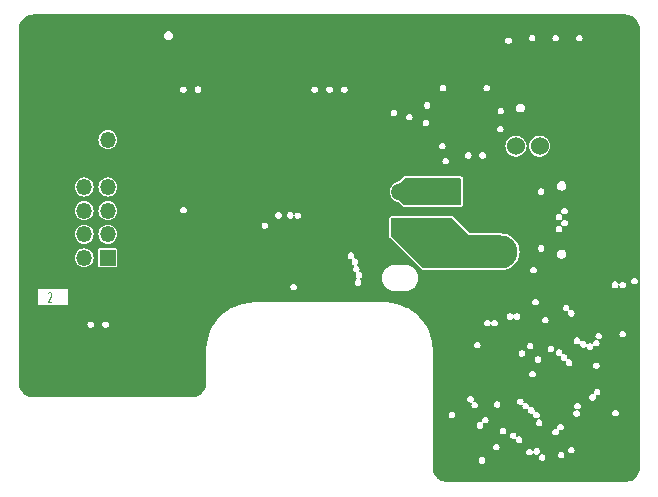
<source format=gbr>
%TF.GenerationSoftware,KiCad,Pcbnew,8.0.7*%
%TF.CreationDate,2024-12-19T09:10:00+08:00*%
%TF.ProjectId,SB-main-board,53422d6d-6169-46e2-9d62-6f6172642e6b,B1*%
%TF.SameCoordinates,Original*%
%TF.FileFunction,Copper,L2,Inr*%
%TF.FilePolarity,Positive*%
%FSLAX46Y46*%
G04 Gerber Fmt 4.6, Leading zero omitted, Abs format (unit mm)*
G04 Created by KiCad (PCBNEW 8.0.7) date 2024-12-19 09:10:00*
%MOMM*%
%LPD*%
G01*
G04 APERTURE LIST*
G04 Aperture macros list*
%AMRoundRect*
0 Rectangle with rounded corners*
0 $1 Rounding radius*
0 $2 $3 $4 $5 $6 $7 $8 $9 X,Y pos of 4 corners*
0 Add a 4 corners polygon primitive as box body*
4,1,4,$2,$3,$4,$5,$6,$7,$8,$9,$2,$3,0*
0 Add four circle primitives for the rounded corners*
1,1,$1+$1,$2,$3*
1,1,$1+$1,$4,$5*
1,1,$1+$1,$6,$7*
1,1,$1+$1,$8,$9*
0 Add four rect primitives between the rounded corners*
20,1,$1+$1,$2,$3,$4,$5,0*
20,1,$1+$1,$4,$5,$6,$7,0*
20,1,$1+$1,$6,$7,$8,$9,0*
20,1,$1+$1,$8,$9,$2,$3,0*%
G04 Aperture macros list end*
%ADD10C,0.101600*%
%TA.AperFunction,NonConductor*%
%ADD11C,0.101600*%
%TD*%
%TA.AperFunction,ComponentPad*%
%ADD12C,2.800000*%
%TD*%
%TA.AperFunction,ComponentPad*%
%ADD13C,1.524000*%
%TD*%
%TA.AperFunction,ComponentPad*%
%ADD14RoundRect,0.250001X0.499999X0.499999X-0.499999X0.499999X-0.499999X-0.499999X0.499999X-0.499999X0*%
%TD*%
%TA.AperFunction,ComponentPad*%
%ADD15C,1.500000*%
%TD*%
%TA.AperFunction,ComponentPad*%
%ADD16C,5.500000*%
%TD*%
%TA.AperFunction,ComponentPad*%
%ADD17R,1.350000X1.350000*%
%TD*%
%TA.AperFunction,ComponentPad*%
%ADD18O,1.350000X1.350000*%
%TD*%
%TA.AperFunction,ComponentPad*%
%ADD19O,1.800000X1.000000*%
%TD*%
%TA.AperFunction,ComponentPad*%
%ADD20O,2.100000X1.000000*%
%TD*%
%TA.AperFunction,ViaPad*%
%ADD21C,0.500000*%
%TD*%
G04 APERTURE END LIST*
D10*
D11*
X75082410Y-91378665D02*
X75106219Y-91340570D01*
X75106219Y-91340570D02*
X75153838Y-91302475D01*
X75153838Y-91302475D02*
X75272886Y-91302475D01*
X75272886Y-91302475D02*
X75320505Y-91340570D01*
X75320505Y-91340570D02*
X75344314Y-91378665D01*
X75344314Y-91378665D02*
X75368124Y-91454856D01*
X75368124Y-91454856D02*
X75368124Y-91531046D01*
X75368124Y-91531046D02*
X75344314Y-91645332D01*
X75344314Y-91645332D02*
X75058600Y-92102475D01*
X75058600Y-92102475D02*
X75368124Y-92102475D01*
D12*
%TO.N,+24V*%
%TO.C,J1*%
X113482830Y-87877964D03*
%TO.N,GND*%
X113482830Y-82797964D03*
D13*
%TO.N,/CAN_H*%
X114712830Y-78947964D03*
%TO.N,/CAN_L*%
X116712830Y-78947964D03*
%TD*%
D14*
%TO.N,+24V*%
%TO.C,J5*%
X104905330Y-85797964D03*
D15*
%TO.N,Net-(J5-Pin_2)*%
X104905330Y-82797964D03*
%TD*%
D16*
%TO.N,GND*%
%TO.C,H2*%
X86086330Y-92876664D03*
%TD*%
%TO.N,GND*%
%TO.C,H1*%
X98070330Y-80105664D03*
%TD*%
D17*
%TO.N,/FAN0_DET*%
%TO.C,J9*%
X80156472Y-88406664D03*
D18*
%TO.N,/NEO*%
X78156472Y-88406664D03*
%TO.N,/FAN0_PWM*%
X80156472Y-86406664D03*
%TO.N,/FAN1_PWM*%
X78156472Y-86406664D03*
%TO.N,/ADC0*%
X80156472Y-84406664D03*
%TO.N,/FAN1_DET*%
X78156472Y-84406664D03*
%TO.N,/ADC1*%
X80156472Y-82406664D03*
%TO.N,+3V3*%
X78156472Y-82406664D03*
%TO.N,GND*%
X80156472Y-80406664D03*
X78156472Y-80406664D03*
%TO.N,+24V*%
X80156472Y-78406664D03*
%TO.N,GND*%
X78156472Y-78406664D03*
%TD*%
D19*
%TO.N,GND*%
%TO.C,J2*%
X122262722Y-80873664D03*
D20*
X118082722Y-80873664D03*
D19*
X122262722Y-89513664D03*
D20*
X118082722Y-89513664D03*
%TD*%
D21*
%TO.N,GND*%
X111708522Y-75162865D03*
X110387722Y-75162865D03*
X109066922Y-75162865D03*
X111708522Y-76483665D03*
X109066922Y-76483665D03*
X113300330Y-85875664D03*
X106680330Y-84485664D03*
X75990330Y-86925664D03*
X87800330Y-85965664D03*
X82530330Y-78505664D03*
X109066922Y-77804465D03*
X87330330Y-98285664D03*
X110540330Y-106585664D03*
X94020330Y-68455664D03*
X120540330Y-100535664D03*
X79980330Y-69045664D03*
X112140330Y-99765664D03*
X84010330Y-87315664D03*
X119090330Y-106275664D03*
X101620330Y-75465664D03*
X115480330Y-98665664D03*
X82340330Y-84755664D03*
X113910330Y-90595664D03*
X110824330Y-82147964D03*
X93910330Y-78955664D03*
X107780330Y-69645664D03*
X110387722Y-76483665D03*
X89230330Y-76530664D03*
X100660330Y-78125664D03*
X80110330Y-91695664D03*
X107920330Y-93195664D03*
X73880330Y-82685664D03*
X110210330Y-84935664D03*
X123036922Y-95965664D03*
X74820330Y-71135664D03*
X117940330Y-105865664D03*
X124580330Y-75245664D03*
X117887722Y-99733664D03*
X110824330Y-82797964D03*
X101190330Y-71345664D03*
X111923530Y-82472964D03*
X121880330Y-75525664D03*
X95840330Y-76975664D03*
X88900330Y-71555664D03*
X110260330Y-103925664D03*
X74120330Y-69325664D03*
X77000330Y-75075664D03*
X112330330Y-96835664D03*
X124650330Y-97855664D03*
X86100330Y-99065664D03*
X112976330Y-70255664D03*
X82270330Y-75415664D03*
X73390330Y-98065664D03*
X76650330Y-89495664D03*
X73570330Y-75255664D03*
X89150330Y-68425664D03*
X124550330Y-69365664D03*
X112980130Y-71012464D03*
X108490330Y-103825664D03*
X108837722Y-69405664D03*
X109610330Y-79505664D03*
X73580330Y-72105664D03*
X89230330Y-77220664D03*
X112670330Y-100305664D03*
X73860330Y-79965664D03*
X93770330Y-73825664D03*
X108720330Y-96145664D03*
X86300330Y-80555664D03*
X75550330Y-94105664D03*
X115400330Y-104305664D03*
X112780330Y-103015664D03*
X106060330Y-78055664D03*
X87610330Y-87345664D03*
X111708522Y-77804465D03*
X90042828Y-76875664D03*
X82700330Y-80785664D03*
X122270330Y-82135664D03*
X123100330Y-74425664D03*
X110387722Y-77804465D03*
X84170330Y-75045664D03*
X124570330Y-77025664D03*
X77520330Y-91655664D03*
X91950330Y-80275664D03*
X111900330Y-96385664D03*
X119050330Y-101945664D03*
X114370330Y-85905664D03*
X77640330Y-97145664D03*
X92060330Y-89605664D03*
X124520330Y-83405664D03*
X82220330Y-82355664D03*
X83460330Y-95385664D03*
X78490330Y-98635664D03*
X86370330Y-71605664D03*
X104620330Y-81085664D03*
X105140330Y-73025664D03*
X76890330Y-99645664D03*
X83930330Y-82455664D03*
X117076330Y-71012464D03*
X115410330Y-93095664D03*
X119076330Y-74605664D03*
X117360330Y-106855664D03*
X76160330Y-81305664D03*
X99380330Y-76895664D03*
X99350330Y-84245664D03*
X124640330Y-88635664D03*
X110430330Y-102195664D03*
X111923530Y-83122964D03*
X76010330Y-84175664D03*
X113180330Y-105925664D03*
X108330330Y-98225664D03*
X100970330Y-68335664D03*
X111923530Y-81822964D03*
X98020330Y-71245664D03*
X123800330Y-102145664D03*
X83400330Y-77015664D03*
X81000330Y-98875664D03*
X122920330Y-78205664D03*
X82430330Y-73315664D03*
X104550330Y-75175664D03*
X113510330Y-76605664D03*
X73670330Y-92905664D03*
X121780330Y-92915664D03*
X73990330Y-86185664D03*
X115076330Y-71012464D03*
X115220330Y-81315664D03*
X119720330Y-98115664D03*
X119990330Y-104215664D03*
X90720330Y-84635664D03*
X101900330Y-91295664D03*
X115800330Y-106255664D03*
X94510330Y-82105664D03*
X109110330Y-99705664D03*
X91270330Y-78545664D03*
X78540330Y-90765664D03*
X95380330Y-73865664D03*
X93020330Y-82395664D03*
X108910330Y-95125664D03*
X106080330Y-80775664D03*
X112870330Y-78965664D03*
X119076330Y-71012464D03*
X93500330Y-84915664D03*
X104470330Y-68725664D03*
X122370330Y-88205664D03*
X102070330Y-76245664D03*
X115076330Y-74305664D03*
X121140330Y-68685664D03*
X78870330Y-92725664D03*
X124660330Y-79415664D03*
X87660330Y-96755664D03*
X118810330Y-78585664D03*
X74520330Y-89465664D03*
X122409450Y-104821078D03*
X73990330Y-77755664D03*
X75990330Y-78955664D03*
X123580330Y-99825664D03*
X107590330Y-70675664D03*
%TO.N,+24V*%
X109779730Y-87242964D03*
X112319730Y-88512964D03*
X107874730Y-85337964D03*
X109144730Y-86607964D03*
X107239730Y-85972964D03*
X109779730Y-85972964D03*
X109144730Y-85337964D03*
X106604730Y-85337964D03*
X111684730Y-87877964D03*
X105969730Y-85972964D03*
X110414730Y-86607964D03*
X112319730Y-87242964D03*
X111049730Y-87242964D03*
X108509730Y-85972964D03*
X110414730Y-87877964D03*
X111049730Y-88512964D03*
%TO.N,Net-(J5-Pin_2)*%
X106605330Y-82797964D03*
X109780330Y-82162964D03*
X107875330Y-82797964D03*
X109145330Y-82797964D03*
X107240330Y-82162964D03*
X105970330Y-82162964D03*
X108510330Y-83432964D03*
X107240330Y-83432964D03*
X109780330Y-83432964D03*
X108510330Y-82162964D03*
X105970330Y-83432964D03*
%TD*%
%TA.AperFunction,Conductor*%
%TO.N,+24V*%
G36*
X109330936Y-85066270D02*
G01*
X110742630Y-86477964D01*
X113420330Y-86477964D01*
X113464524Y-86496270D01*
X113482830Y-86540464D01*
X113482830Y-89215464D01*
X113464524Y-89259658D01*
X113420330Y-89277964D01*
X106911218Y-89277964D01*
X106867024Y-89259658D01*
X104173636Y-86566270D01*
X104155330Y-86522076D01*
X104155330Y-85110464D01*
X104173636Y-85066270D01*
X104217830Y-85047964D01*
X109286742Y-85047964D01*
X109330936Y-85066270D01*
G37*
%TD.AperFunction*%
%TD*%
%TA.AperFunction,Conductor*%
%TO.N,Net-(J5-Pin_2)*%
G36*
X110052024Y-81691270D02*
G01*
X110070330Y-81735464D01*
X110070330Y-83860464D01*
X110052024Y-83904658D01*
X110007830Y-83922964D01*
X105306218Y-83922964D01*
X105262024Y-83904658D01*
X104923636Y-83566270D01*
X104905330Y-83522076D01*
X104905330Y-82073852D01*
X104923636Y-82029658D01*
X105262024Y-81691270D01*
X105306218Y-81672964D01*
X110007830Y-81672964D01*
X110052024Y-81691270D01*
G37*
%TD.AperFunction*%
%TD*%
%TA.AperFunction,Conductor*%
%TO.N,GND*%
G36*
X123935498Y-67799357D02*
G01*
X124127348Y-67814462D01*
X124137016Y-67815993D01*
X124285193Y-67851571D01*
X124321755Y-67860350D01*
X124331081Y-67863381D01*
X124491174Y-67929696D01*
X124506549Y-67936065D01*
X124506593Y-67936083D01*
X124515331Y-67940535D01*
X124677321Y-68039804D01*
X124685245Y-68045561D01*
X124829715Y-68168950D01*
X124836641Y-68175876D01*
X124960028Y-68320341D01*
X124965792Y-68328275D01*
X125065055Y-68490250D01*
X125069508Y-68498988D01*
X125142215Y-68674503D01*
X125145246Y-68683830D01*
X125189602Y-68868562D01*
X125191136Y-68878248D01*
X125206227Y-69069887D01*
X125206420Y-69074790D01*
X125206421Y-69118741D01*
X125206428Y-69118800D01*
X125206428Y-106079296D01*
X125206425Y-106079330D01*
X125206427Y-106122352D01*
X125206235Y-106127255D01*
X125191148Y-106319106D01*
X125189614Y-106328794D01*
X125145273Y-106513524D01*
X125142242Y-106522852D01*
X125069548Y-106698364D01*
X125065095Y-106707103D01*
X124965836Y-106869084D01*
X124960071Y-106877020D01*
X124836689Y-107021481D01*
X124829753Y-107028416D01*
X124685296Y-107151788D01*
X124677361Y-107157553D01*
X124515380Y-107256807D01*
X124506641Y-107261260D01*
X124331117Y-107333954D01*
X124321788Y-107336984D01*
X124137064Y-107381319D01*
X124127376Y-107382853D01*
X123935076Y-107397971D01*
X123930172Y-107398163D01*
X123887266Y-107398159D01*
X123887214Y-107398164D01*
X108976906Y-107398164D01*
X108976885Y-107398162D01*
X108970935Y-107398162D01*
X108965871Y-107398162D01*
X108933513Y-107398163D01*
X108928611Y-107397971D01*
X108736762Y-107382879D01*
X108727074Y-107381345D01*
X108542345Y-107337001D01*
X108533017Y-107333970D01*
X108357503Y-107261273D01*
X108348764Y-107256820D01*
X108186787Y-107157560D01*
X108178852Y-107151795D01*
X108106623Y-107090105D01*
X108034389Y-107028411D01*
X108027459Y-107021480D01*
X107904082Y-106877017D01*
X107898317Y-106869082D01*
X107799065Y-106707106D01*
X107794613Y-106698367D01*
X107721918Y-106522845D01*
X107718887Y-106513517D01*
X107711229Y-106481611D01*
X107674547Y-106328789D01*
X107673014Y-106319106D01*
X107667150Y-106244540D01*
X107657887Y-106126739D01*
X107657696Y-106121846D01*
X107657699Y-106084930D01*
X107657697Y-106084926D01*
X107657698Y-106079330D01*
X107657696Y-106079296D01*
X107657696Y-105548164D01*
X111561049Y-105548164D01*
X111578042Y-105644541D01*
X111578043Y-105644542D01*
X111618435Y-105714501D01*
X111626973Y-105729289D01*
X111701939Y-105792194D01*
X111793899Y-105825664D01*
X111793902Y-105825664D01*
X111891758Y-105825664D01*
X111891761Y-105825664D01*
X111983721Y-105792194D01*
X112058687Y-105729289D01*
X112107618Y-105644539D01*
X112124611Y-105548164D01*
X112107618Y-105451789D01*
X112107617Y-105451787D01*
X112107617Y-105451786D01*
X112107616Y-105451785D01*
X112084668Y-105412039D01*
X112058687Y-105367039D01*
X111997462Y-105315664D01*
X116648549Y-105315664D01*
X116665542Y-105412041D01*
X116665543Y-105412042D01*
X116688490Y-105451786D01*
X116714473Y-105496789D01*
X116789439Y-105559694D01*
X116881399Y-105593164D01*
X116881402Y-105593164D01*
X116979258Y-105593164D01*
X116979261Y-105593164D01*
X117071221Y-105559694D01*
X117146187Y-105496789D01*
X117195118Y-105412039D01*
X117212111Y-105315664D01*
X117195118Y-105219289D01*
X117195117Y-105219287D01*
X117195117Y-105219286D01*
X117195116Y-105219285D01*
X117171591Y-105178539D01*
X117146187Y-105134539D01*
X117083770Y-105082164D01*
X118258549Y-105082164D01*
X118275542Y-105178541D01*
X118275543Y-105178542D01*
X118299069Y-105219289D01*
X118324473Y-105263289D01*
X118399439Y-105326194D01*
X118491399Y-105359664D01*
X118491402Y-105359664D01*
X118589258Y-105359664D01*
X118589261Y-105359664D01*
X118681221Y-105326194D01*
X118756187Y-105263289D01*
X118805118Y-105178539D01*
X118822111Y-105082164D01*
X118805118Y-104985789D01*
X118805117Y-104985787D01*
X118805117Y-104985786D01*
X118805116Y-104985785D01*
X118779859Y-104942040D01*
X118756187Y-104901039D01*
X118681221Y-104838134D01*
X118670911Y-104834381D01*
X118589263Y-104804664D01*
X118589261Y-104804664D01*
X118491399Y-104804664D01*
X118491396Y-104804664D01*
X118399441Y-104838133D01*
X118399438Y-104838134D01*
X118324473Y-104901038D01*
X118275543Y-104985785D01*
X118275542Y-104985786D01*
X118258549Y-105082164D01*
X117083770Y-105082164D01*
X117071221Y-105071634D01*
X117060911Y-105067881D01*
X116979263Y-105038164D01*
X116979261Y-105038164D01*
X116881399Y-105038164D01*
X116881396Y-105038164D01*
X116789441Y-105071633D01*
X116789438Y-105071634D01*
X116714473Y-105134538D01*
X116665543Y-105219285D01*
X116665542Y-105219286D01*
X116648549Y-105315664D01*
X111997462Y-105315664D01*
X111983721Y-105304134D01*
X111973411Y-105300381D01*
X111891763Y-105270664D01*
X111891761Y-105270664D01*
X111793899Y-105270664D01*
X111793896Y-105270664D01*
X111701941Y-105304133D01*
X111701938Y-105304134D01*
X111626973Y-105367038D01*
X111578043Y-105451785D01*
X111578042Y-105451786D01*
X111561049Y-105548164D01*
X107657696Y-105548164D01*
X107657696Y-104845664D01*
X115578549Y-104845664D01*
X115595542Y-104942041D01*
X115595543Y-104942042D01*
X115620801Y-104985789D01*
X115644473Y-105026789D01*
X115719439Y-105089694D01*
X115811399Y-105123164D01*
X115811402Y-105123164D01*
X115909258Y-105123164D01*
X115909261Y-105123164D01*
X116001221Y-105089694D01*
X116076187Y-105026789D01*
X116125118Y-104942039D01*
X116126926Y-104931779D01*
X116152626Y-104891436D01*
X116199328Y-104881081D01*
X116239673Y-104906781D01*
X116242603Y-104911381D01*
X116260304Y-104942039D01*
X116269573Y-104958093D01*
X116344539Y-105020998D01*
X116436499Y-105054468D01*
X116436502Y-105054468D01*
X116534358Y-105054468D01*
X116534361Y-105054468D01*
X116626321Y-105020998D01*
X116701287Y-104958093D01*
X116750218Y-104873343D01*
X116767211Y-104776968D01*
X116750218Y-104680593D01*
X116750217Y-104680591D01*
X116750217Y-104680590D01*
X116750216Y-104680589D01*
X116742407Y-104667064D01*
X119119949Y-104667064D01*
X119136942Y-104763441D01*
X119136943Y-104763442D01*
X119177335Y-104833401D01*
X119185873Y-104848189D01*
X119260839Y-104911094D01*
X119352799Y-104944564D01*
X119352802Y-104944564D01*
X119450658Y-104944564D01*
X119450661Y-104944564D01*
X119542621Y-104911094D01*
X119617587Y-104848189D01*
X119666518Y-104763439D01*
X119683511Y-104667064D01*
X119666518Y-104570689D01*
X119666517Y-104570687D01*
X119666517Y-104570686D01*
X119666516Y-104570685D01*
X119626884Y-104502042D01*
X119617587Y-104485939D01*
X119542621Y-104423034D01*
X119532311Y-104419281D01*
X119450663Y-104389564D01*
X119450661Y-104389564D01*
X119352799Y-104389564D01*
X119352796Y-104389564D01*
X119260841Y-104423033D01*
X119260838Y-104423034D01*
X119185873Y-104485938D01*
X119136943Y-104570685D01*
X119136942Y-104570686D01*
X119119949Y-104667064D01*
X116742407Y-104667064D01*
X116704630Y-104601634D01*
X116701287Y-104595843D01*
X116626321Y-104532938D01*
X116616011Y-104529185D01*
X116534363Y-104499468D01*
X116534361Y-104499468D01*
X116436499Y-104499468D01*
X116436496Y-104499468D01*
X116344541Y-104532937D01*
X116344538Y-104532938D01*
X116269573Y-104595842D01*
X116220643Y-104680589D01*
X116220641Y-104680595D01*
X116218832Y-104690854D01*
X116193129Y-104731197D01*
X116146427Y-104741549D01*
X116106084Y-104715846D01*
X116103156Y-104711250D01*
X116086940Y-104683164D01*
X116076187Y-104664539D01*
X116001221Y-104601634D01*
X115985307Y-104595842D01*
X115909263Y-104568164D01*
X115909261Y-104568164D01*
X115811399Y-104568164D01*
X115811396Y-104568164D01*
X115719441Y-104601633D01*
X115719438Y-104601634D01*
X115644473Y-104664538D01*
X115595543Y-104749285D01*
X115595542Y-104749286D01*
X115578549Y-104845664D01*
X107657696Y-104845664D01*
X107657696Y-104405664D01*
X112758549Y-104405664D01*
X112775542Y-104502041D01*
X112775543Y-104502042D01*
X112813720Y-104568164D01*
X112824473Y-104586789D01*
X112899439Y-104649694D01*
X112991399Y-104683164D01*
X112991402Y-104683164D01*
X113089258Y-104683164D01*
X113089261Y-104683164D01*
X113181221Y-104649694D01*
X113256187Y-104586789D01*
X113305118Y-104502039D01*
X113322111Y-104405664D01*
X113305118Y-104309289D01*
X113305117Y-104309287D01*
X113305117Y-104309286D01*
X113305116Y-104309285D01*
X113288043Y-104279714D01*
X113256187Y-104224539D01*
X113181221Y-104161634D01*
X113170911Y-104157881D01*
X113089263Y-104128164D01*
X113089261Y-104128164D01*
X112991399Y-104128164D01*
X112991396Y-104128164D01*
X112899441Y-104161633D01*
X112899438Y-104161634D01*
X112824473Y-104224538D01*
X112775543Y-104309285D01*
X112775542Y-104309286D01*
X112758549Y-104405664D01*
X107657696Y-104405664D01*
X107657696Y-103447857D01*
X114196660Y-103447857D01*
X114213653Y-103544234D01*
X114213654Y-103544235D01*
X114218447Y-103552536D01*
X114262584Y-103628982D01*
X114337550Y-103691887D01*
X114429510Y-103725357D01*
X114429513Y-103725357D01*
X114527369Y-103725357D01*
X114527372Y-103725357D01*
X114619332Y-103691887D01*
X114619334Y-103691885D01*
X114621810Y-103690984D01*
X114669599Y-103693071D01*
X114701917Y-103728339D01*
X114704737Y-103760567D01*
X114698549Y-103795663D01*
X114715542Y-103892041D01*
X114715543Y-103892042D01*
X114755935Y-103962001D01*
X114764473Y-103976789D01*
X114839439Y-104039694D01*
X114931399Y-104073164D01*
X114931402Y-104073164D01*
X115029258Y-104073164D01*
X115029261Y-104073164D01*
X115121221Y-104039694D01*
X115196187Y-103976789D01*
X115245118Y-103892039D01*
X115262111Y-103795664D01*
X115245118Y-103699289D01*
X115245117Y-103699287D01*
X115245117Y-103699286D01*
X115245116Y-103699285D01*
X115228043Y-103669714D01*
X115196187Y-103614539D01*
X115121221Y-103551634D01*
X115100884Y-103544232D01*
X115029263Y-103518164D01*
X115029261Y-103518164D01*
X114931399Y-103518164D01*
X114931396Y-103518164D01*
X114836960Y-103552536D01*
X114789170Y-103550449D01*
X114756853Y-103515181D01*
X114754034Y-103482952D01*
X114760222Y-103447859D01*
X114758589Y-103438595D01*
X114743229Y-103351482D01*
X114743228Y-103351480D01*
X114743228Y-103351479D01*
X114743227Y-103351478D01*
X114710384Y-103294594D01*
X114694298Y-103266732D01*
X114619332Y-103203827D01*
X114609022Y-103200074D01*
X114527374Y-103170357D01*
X114527372Y-103170357D01*
X114429510Y-103170357D01*
X114429507Y-103170357D01*
X114337552Y-103203826D01*
X114337549Y-103203827D01*
X114262584Y-103266731D01*
X114213654Y-103351478D01*
X114213653Y-103351479D01*
X114196660Y-103447857D01*
X107657696Y-103447857D01*
X107657696Y-103050564D01*
X113338549Y-103050564D01*
X113355542Y-103146941D01*
X113355543Y-103146942D01*
X113388386Y-103203826D01*
X113404473Y-103231689D01*
X113479439Y-103294594D01*
X113571399Y-103328064D01*
X113571402Y-103328064D01*
X113669258Y-103328064D01*
X113669261Y-103328064D01*
X113761221Y-103294594D01*
X113836187Y-103231689D01*
X113876945Y-103161095D01*
X117782401Y-103161095D01*
X117799394Y-103257472D01*
X117799395Y-103257473D01*
X117839787Y-103327432D01*
X117848325Y-103342220D01*
X117923291Y-103405125D01*
X118015251Y-103438595D01*
X118015254Y-103438595D01*
X118113110Y-103438595D01*
X118113113Y-103438595D01*
X118205073Y-103405125D01*
X118280039Y-103342220D01*
X118328970Y-103257470D01*
X118345963Y-103161095D01*
X118330731Y-103074709D01*
X118341085Y-103028009D01*
X118381429Y-103002307D01*
X118413657Y-103005126D01*
X118443375Y-103015943D01*
X118443378Y-103015943D01*
X118541234Y-103015943D01*
X118541237Y-103015943D01*
X118633197Y-102982473D01*
X118708163Y-102919568D01*
X118757094Y-102834818D01*
X118774087Y-102738443D01*
X118757094Y-102642068D01*
X118757093Y-102642066D01*
X118757093Y-102642065D01*
X118757092Y-102642064D01*
X118718066Y-102574471D01*
X118708163Y-102557318D01*
X118633197Y-102494413D01*
X118622887Y-102490660D01*
X118541239Y-102460943D01*
X118541237Y-102460943D01*
X118443375Y-102460943D01*
X118443372Y-102460943D01*
X118351417Y-102494412D01*
X118351414Y-102494413D01*
X118276449Y-102557317D01*
X118227519Y-102642064D01*
X118227518Y-102642065D01*
X118210525Y-102738443D01*
X118225756Y-102824827D01*
X118215402Y-102871528D01*
X118175057Y-102897230D01*
X118142830Y-102894410D01*
X118113117Y-102883596D01*
X118113114Y-102883595D01*
X118113113Y-102883595D01*
X118015251Y-102883595D01*
X118015248Y-102883595D01*
X117923293Y-102917064D01*
X117923290Y-102917065D01*
X117848325Y-102979969D01*
X117799395Y-103064716D01*
X117799394Y-103064717D01*
X117782401Y-103161095D01*
X113876945Y-103161095D01*
X113885118Y-103146939D01*
X113902111Y-103050564D01*
X113885118Y-102954189D01*
X113885117Y-102954187D01*
X113885117Y-102954186D01*
X113885116Y-102954185D01*
X113850604Y-102894410D01*
X113836187Y-102869439D01*
X113761221Y-102806534D01*
X113750911Y-102802781D01*
X113669263Y-102773064D01*
X113669261Y-102773064D01*
X113571399Y-102773064D01*
X113571396Y-102773064D01*
X113479441Y-102806533D01*
X113479438Y-102806534D01*
X113404473Y-102869438D01*
X113355543Y-102954185D01*
X113355542Y-102954186D01*
X113338549Y-103050564D01*
X107657696Y-103050564D01*
X107657696Y-102574471D01*
X111390323Y-102574471D01*
X111407316Y-102670848D01*
X111407317Y-102670849D01*
X111446344Y-102738443D01*
X111456247Y-102755596D01*
X111531213Y-102818501D01*
X111623173Y-102851971D01*
X111623176Y-102851971D01*
X111721032Y-102851971D01*
X111721035Y-102851971D01*
X111812995Y-102818501D01*
X111887961Y-102755596D01*
X111936892Y-102670846D01*
X111953885Y-102574471D01*
X111936892Y-102478096D01*
X111934855Y-102474569D01*
X111928611Y-102427144D01*
X111957730Y-102389192D01*
X112005156Y-102382947D01*
X112010358Y-102384587D01*
X112061399Y-102403164D01*
X112061402Y-102403164D01*
X112159258Y-102403164D01*
X112159261Y-102403164D01*
X112251221Y-102369694D01*
X112326187Y-102306789D01*
X112375118Y-102222039D01*
X112392111Y-102125664D01*
X112375118Y-102029289D01*
X112375117Y-102029287D01*
X112375117Y-102029286D01*
X112375116Y-102029285D01*
X112342776Y-101973272D01*
X112326187Y-101944539D01*
X112251221Y-101881634D01*
X112240911Y-101877881D01*
X112159263Y-101848164D01*
X112159261Y-101848164D01*
X112061399Y-101848164D01*
X112061396Y-101848164D01*
X111969441Y-101881633D01*
X111969438Y-101881634D01*
X111894473Y-101944538D01*
X111845543Y-102029285D01*
X111845542Y-102029286D01*
X111828549Y-102125664D01*
X111845542Y-102222040D01*
X111847578Y-102225566D01*
X111853821Y-102272993D01*
X111824701Y-102310943D01*
X111777274Y-102317186D01*
X111772076Y-102315547D01*
X111721039Y-102296972D01*
X111721036Y-102296971D01*
X111721035Y-102296971D01*
X111623173Y-102296971D01*
X111623170Y-102296971D01*
X111531215Y-102330440D01*
X111531212Y-102330441D01*
X111456247Y-102393345D01*
X111407317Y-102478092D01*
X111407316Y-102478093D01*
X111390323Y-102574471D01*
X107657696Y-102574471D01*
X107657696Y-101715664D01*
X109008549Y-101715664D01*
X109025542Y-101812041D01*
X109025543Y-101812042D01*
X109032344Y-101823821D01*
X109074473Y-101896789D01*
X109149439Y-101959694D01*
X109241399Y-101993164D01*
X109241402Y-101993164D01*
X109339258Y-101993164D01*
X109339261Y-101993164D01*
X109431221Y-101959694D01*
X109506187Y-101896789D01*
X109555118Y-101812039D01*
X109572111Y-101715664D01*
X109555118Y-101619289D01*
X109555117Y-101619287D01*
X109555117Y-101619286D01*
X109555116Y-101619285D01*
X109512988Y-101546319D01*
X109506187Y-101534539D01*
X109431221Y-101471634D01*
X109408172Y-101463245D01*
X109339263Y-101438164D01*
X109339261Y-101438164D01*
X109241399Y-101438164D01*
X109241396Y-101438164D01*
X109149441Y-101471633D01*
X109149438Y-101471634D01*
X109074473Y-101534538D01*
X109025543Y-101619285D01*
X109025542Y-101619286D01*
X109008549Y-101715664D01*
X107657696Y-101715664D01*
X107657696Y-100381484D01*
X110586755Y-100381484D01*
X110603748Y-100477861D01*
X110603749Y-100477862D01*
X110610229Y-100489085D01*
X110652679Y-100562609D01*
X110727645Y-100625514D01*
X110794314Y-100649779D01*
X110814755Y-100657219D01*
X110819605Y-100658984D01*
X110819608Y-100658984D01*
X110914668Y-100658984D01*
X110958862Y-100677290D01*
X110977168Y-100721484D01*
X110968794Y-100752735D01*
X110955308Y-100776092D01*
X110955307Y-100776092D01*
X110938314Y-100872470D01*
X110955307Y-100968847D01*
X110955308Y-100968848D01*
X110986953Y-101023657D01*
X111004238Y-101053595D01*
X111079204Y-101116500D01*
X111171164Y-101149970D01*
X111171167Y-101149970D01*
X111269023Y-101149970D01*
X111269026Y-101149970D01*
X111360986Y-101116500D01*
X111435952Y-101053595D01*
X111484883Y-100968845D01*
X111501876Y-100872470D01*
X111493485Y-100824883D01*
X112837768Y-100824883D01*
X112854761Y-100921260D01*
X112854762Y-100921261D01*
X112882237Y-100968847D01*
X112903692Y-101006008D01*
X112978658Y-101068913D01*
X113070618Y-101102383D01*
X113070621Y-101102383D01*
X113168477Y-101102383D01*
X113168480Y-101102383D01*
X113260440Y-101068913D01*
X113335406Y-101006008D01*
X113384337Y-100921258D01*
X113401330Y-100824883D01*
X113384337Y-100728508D01*
X113384336Y-100728506D01*
X113384336Y-100728505D01*
X113384335Y-100728504D01*
X113349614Y-100668367D01*
X113335406Y-100643758D01*
X113260440Y-100580853D01*
X113248931Y-100576664D01*
X113236087Y-100571989D01*
X114794370Y-100571989D01*
X114811363Y-100668366D01*
X114811364Y-100668367D01*
X114851756Y-100738326D01*
X114860294Y-100753114D01*
X114935260Y-100816019D01*
X115027220Y-100849489D01*
X115027223Y-100849489D01*
X115125079Y-100849489D01*
X115125082Y-100849489D01*
X115190069Y-100825836D01*
X115237856Y-100827923D01*
X115270174Y-100863191D01*
X115272994Y-100895419D01*
X115268438Y-100921260D01*
X115263649Y-100948423D01*
X115267250Y-100968845D01*
X115280642Y-101044800D01*
X115280643Y-101044801D01*
X115313889Y-101102383D01*
X115329573Y-101129548D01*
X115404539Y-101192453D01*
X115496499Y-101225923D01*
X115496502Y-101225923D01*
X115594358Y-101225923D01*
X115594361Y-101225923D01*
X115662598Y-101201087D01*
X115710388Y-101203174D01*
X115742705Y-101238442D01*
X115745525Y-101270670D01*
X115736841Y-101319921D01*
X115737854Y-101325666D01*
X115753834Y-101416298D01*
X115753835Y-101416299D01*
X115767107Y-101439286D01*
X115802765Y-101501046D01*
X115877731Y-101563951D01*
X115969691Y-101597421D01*
X115969694Y-101597421D01*
X116067550Y-101597421D01*
X116067553Y-101597421D01*
X116109837Y-101582031D01*
X116157624Y-101584118D01*
X116189942Y-101619385D01*
X116192762Y-101651614D01*
X116179392Y-101727442D01*
X116196385Y-101823820D01*
X116196386Y-101823821D01*
X116213328Y-101853164D01*
X116245316Y-101908568D01*
X116320282Y-101971473D01*
X116412242Y-102004943D01*
X116412245Y-102004943D01*
X116494822Y-102004943D01*
X116539016Y-102023249D01*
X116557322Y-102067443D01*
X116539016Y-102111637D01*
X116534996Y-102115321D01*
X116462275Y-102176340D01*
X116413345Y-102261087D01*
X116413344Y-102261088D01*
X116396351Y-102357466D01*
X116413344Y-102453843D01*
X116413345Y-102453844D01*
X116453737Y-102523803D01*
X116462275Y-102538591D01*
X116537241Y-102601496D01*
X116629201Y-102634966D01*
X116629204Y-102634966D01*
X116727060Y-102634966D01*
X116727063Y-102634966D01*
X116819023Y-102601496D01*
X116893989Y-102538591D01*
X116942920Y-102453841D01*
X116959913Y-102357466D01*
X116942920Y-102261091D01*
X116942919Y-102261089D01*
X116942919Y-102261088D01*
X116942918Y-102261087D01*
X116920373Y-102222039D01*
X116893989Y-102176341D01*
X116819023Y-102113436D01*
X116808713Y-102109683D01*
X116727065Y-102079966D01*
X116727063Y-102079966D01*
X116644484Y-102079966D01*
X116600290Y-102061660D01*
X116581984Y-102017466D01*
X116600290Y-101973272D01*
X116604310Y-101969588D01*
X116616101Y-101959694D01*
X116677030Y-101908568D01*
X116725961Y-101823818D01*
X116742954Y-101727443D01*
X116725961Y-101631068D01*
X116725960Y-101631066D01*
X116725960Y-101631065D01*
X116725959Y-101631064D01*
X116693973Y-101575664D01*
X119558549Y-101575664D01*
X119575542Y-101672041D01*
X119575543Y-101672042D01*
X119607529Y-101727442D01*
X119624473Y-101756789D01*
X119699439Y-101819694D01*
X119791399Y-101853164D01*
X119791402Y-101853164D01*
X119889258Y-101853164D01*
X119889261Y-101853164D01*
X119981221Y-101819694D01*
X120056187Y-101756789D01*
X120105118Y-101672039D01*
X120122111Y-101575664D01*
X120115058Y-101535664D01*
X122868861Y-101535664D01*
X122885854Y-101632041D01*
X122885855Y-101632042D01*
X122908948Y-101672039D01*
X122934785Y-101716789D01*
X123009751Y-101779694D01*
X123091401Y-101809411D01*
X123098625Y-101812041D01*
X123101711Y-101813164D01*
X123101714Y-101813164D01*
X123199570Y-101813164D01*
X123199573Y-101813164D01*
X123291533Y-101779694D01*
X123366499Y-101716789D01*
X123415430Y-101632039D01*
X123432423Y-101535664D01*
X123415430Y-101439289D01*
X123415429Y-101439287D01*
X123415429Y-101439286D01*
X123415428Y-101439285D01*
X123389593Y-101394538D01*
X123366499Y-101354539D01*
X123291533Y-101291634D01*
X123281223Y-101287881D01*
X123199575Y-101258164D01*
X123199573Y-101258164D01*
X123101711Y-101258164D01*
X123101708Y-101258164D01*
X123009753Y-101291633D01*
X123009750Y-101291634D01*
X122934785Y-101354538D01*
X122885855Y-101439285D01*
X122885854Y-101439286D01*
X122868861Y-101535664D01*
X120115058Y-101535664D01*
X120105118Y-101479289D01*
X120105117Y-101479287D01*
X120105117Y-101479286D01*
X120105116Y-101479285D01*
X120068750Y-101416299D01*
X120056187Y-101394539D01*
X119981221Y-101331634D01*
X119981218Y-101331632D01*
X119981217Y-101331632D01*
X119964827Y-101325666D01*
X119929560Y-101293348D01*
X119927475Y-101245558D01*
X119959793Y-101210291D01*
X119975359Y-101205384D01*
X119978790Y-101204779D01*
X119978797Y-101204779D01*
X120070757Y-101171309D01*
X120145723Y-101108404D01*
X120194654Y-101023654D01*
X120211647Y-100927279D01*
X120194654Y-100830904D01*
X120194653Y-100830902D01*
X120194653Y-100830901D01*
X120194652Y-100830900D01*
X120177579Y-100801329D01*
X120145723Y-100746154D01*
X120070757Y-100683249D01*
X120060447Y-100679496D01*
X119978799Y-100649779D01*
X119978797Y-100649779D01*
X119880935Y-100649779D01*
X119880932Y-100649779D01*
X119788977Y-100683248D01*
X119788974Y-100683249D01*
X119714009Y-100746153D01*
X119665079Y-100830900D01*
X119665078Y-100830901D01*
X119648085Y-100927279D01*
X119665078Y-101023656D01*
X119665079Y-101023657D01*
X119695237Y-101075890D01*
X119714009Y-101108404D01*
X119788975Y-101171309D01*
X119800706Y-101175578D01*
X119805366Y-101177275D01*
X119840634Y-101209593D01*
X119842721Y-101257382D01*
X119810403Y-101292650D01*
X119794844Y-101297556D01*
X119791401Y-101298163D01*
X119699441Y-101331633D01*
X119699438Y-101331634D01*
X119624473Y-101394538D01*
X119575543Y-101479285D01*
X119575542Y-101479286D01*
X119558549Y-101575664D01*
X116693973Y-101575664D01*
X116677030Y-101546318D01*
X116602064Y-101483413D01*
X116569701Y-101471634D01*
X116510106Y-101449943D01*
X116510104Y-101449943D01*
X116412242Y-101449943D01*
X116412240Y-101449943D01*
X116412237Y-101449944D01*
X116369958Y-101465332D01*
X116322168Y-101463245D01*
X116289852Y-101427976D01*
X116287033Y-101395748D01*
X116300403Y-101319923D01*
X116300403Y-101319921D01*
X116283410Y-101223546D01*
X116283409Y-101223544D01*
X116283409Y-101223543D01*
X116283408Y-101223542D01*
X116256695Y-101177275D01*
X116234479Y-101138796D01*
X116159513Y-101075891D01*
X116130057Y-101065170D01*
X116067555Y-101042421D01*
X116067553Y-101042421D01*
X115969691Y-101042421D01*
X115969688Y-101042421D01*
X115901453Y-101067257D01*
X115853663Y-101065170D01*
X115821346Y-101029902D01*
X115818527Y-100997673D01*
X115827211Y-100948425D01*
X115827211Y-100948423D01*
X115810218Y-100852048D01*
X115810217Y-100852046D01*
X115810217Y-100852045D01*
X115810216Y-100852044D01*
X115766364Y-100776092D01*
X115761287Y-100767298D01*
X115686321Y-100704393D01*
X115653612Y-100692488D01*
X115594363Y-100670923D01*
X115594361Y-100670923D01*
X115496499Y-100670923D01*
X115496497Y-100670923D01*
X115496494Y-100670924D01*
X115431511Y-100694575D01*
X115383721Y-100692488D01*
X115351405Y-100657219D01*
X115348586Y-100624992D01*
X115357932Y-100571989D01*
X115340939Y-100475614D01*
X115340938Y-100475612D01*
X115340938Y-100475611D01*
X115340937Y-100475610D01*
X115311584Y-100424771D01*
X115292008Y-100390864D01*
X115217042Y-100327959D01*
X115206732Y-100324206D01*
X115125084Y-100294489D01*
X115125082Y-100294489D01*
X115027220Y-100294489D01*
X115027217Y-100294489D01*
X114935262Y-100327958D01*
X114935259Y-100327959D01*
X114860294Y-100390863D01*
X114811364Y-100475610D01*
X114811363Y-100475611D01*
X114794370Y-100571989D01*
X113236087Y-100571989D01*
X113168482Y-100547383D01*
X113168480Y-100547383D01*
X113070618Y-100547383D01*
X113070615Y-100547383D01*
X112978660Y-100580852D01*
X112978657Y-100580853D01*
X112903692Y-100643757D01*
X112854762Y-100728504D01*
X112854761Y-100728505D01*
X112837768Y-100824883D01*
X111493485Y-100824883D01*
X111484883Y-100776095D01*
X111484882Y-100776093D01*
X111484882Y-100776092D01*
X111484881Y-100776091D01*
X111457408Y-100728508D01*
X111435952Y-100691345D01*
X111360986Y-100628440D01*
X111350676Y-100624687D01*
X111269028Y-100594970D01*
X111269026Y-100594970D01*
X111173963Y-100594970D01*
X111129769Y-100576664D01*
X111111463Y-100532470D01*
X111119837Y-100501219D01*
X111120701Y-100499720D01*
X111133324Y-100477859D01*
X111150317Y-100381484D01*
X111133324Y-100285109D01*
X111133323Y-100285107D01*
X111133323Y-100285106D01*
X111133322Y-100285105D01*
X111090874Y-100211585D01*
X120913538Y-100211585D01*
X120930531Y-100307962D01*
X120930532Y-100307963D01*
X120970924Y-100377922D01*
X120979462Y-100392710D01*
X121054428Y-100455615D01*
X121146388Y-100489085D01*
X121146391Y-100489085D01*
X121244247Y-100489085D01*
X121244250Y-100489085D01*
X121336210Y-100455615D01*
X121411176Y-100392710D01*
X121460107Y-100307960D01*
X121477100Y-100211585D01*
X121460107Y-100115210D01*
X121460106Y-100115208D01*
X121460106Y-100115207D01*
X121458236Y-100110069D01*
X121460939Y-100109085D01*
X121455976Y-100071467D01*
X121485086Y-100033509D01*
X121527209Y-100026077D01*
X121531394Y-100026815D01*
X121531399Y-100026817D01*
X121531404Y-100026817D01*
X121629258Y-100026817D01*
X121629261Y-100026817D01*
X121721221Y-99993347D01*
X121796187Y-99930442D01*
X121845118Y-99845692D01*
X121862111Y-99749317D01*
X121845118Y-99652942D01*
X121845117Y-99652940D01*
X121845117Y-99652939D01*
X121845116Y-99652938D01*
X121828043Y-99623367D01*
X121796187Y-99568192D01*
X121721221Y-99505287D01*
X121710911Y-99501534D01*
X121629263Y-99471817D01*
X121629261Y-99471817D01*
X121531399Y-99471817D01*
X121531396Y-99471817D01*
X121439441Y-99505286D01*
X121439438Y-99505287D01*
X121364473Y-99568191D01*
X121315543Y-99652938D01*
X121315542Y-99652939D01*
X121298549Y-99749317D01*
X121315542Y-99845694D01*
X121317413Y-99850833D01*
X121314712Y-99851815D01*
X121319667Y-99889452D01*
X121290546Y-99927401D01*
X121248444Y-99934825D01*
X121244252Y-99934086D01*
X121244250Y-99934085D01*
X121146388Y-99934085D01*
X121146385Y-99934085D01*
X121054430Y-99967554D01*
X121054427Y-99967555D01*
X120979462Y-100030459D01*
X120930532Y-100115206D01*
X120930531Y-100115207D01*
X120913538Y-100211585D01*
X111090874Y-100211585D01*
X111084393Y-100200359D01*
X111009427Y-100137454D01*
X110999117Y-100133701D01*
X110917469Y-100103984D01*
X110917467Y-100103984D01*
X110819605Y-100103984D01*
X110819602Y-100103984D01*
X110727647Y-100137453D01*
X110727644Y-100137454D01*
X110652679Y-100200358D01*
X110603749Y-100285105D01*
X110603748Y-100285106D01*
X110586755Y-100381484D01*
X107657696Y-100381484D01*
X107657696Y-98247389D01*
X115836824Y-98247389D01*
X115853817Y-98343766D01*
X115853818Y-98343767D01*
X115894210Y-98413726D01*
X115902748Y-98428514D01*
X115977714Y-98491419D01*
X116069674Y-98524889D01*
X116069677Y-98524889D01*
X116167533Y-98524889D01*
X116167536Y-98524889D01*
X116259496Y-98491419D01*
X116334462Y-98428514D01*
X116383393Y-98343764D01*
X116400386Y-98247389D01*
X116383393Y-98151014D01*
X116383392Y-98151012D01*
X116383392Y-98151011D01*
X116383391Y-98151010D01*
X116366318Y-98121439D01*
X116334462Y-98066264D01*
X116259496Y-98003359D01*
X116249186Y-97999606D01*
X116167538Y-97969889D01*
X116167536Y-97969889D01*
X116069674Y-97969889D01*
X116069671Y-97969889D01*
X115977716Y-98003358D01*
X115977713Y-98003359D01*
X115902748Y-98066263D01*
X115853818Y-98151010D01*
X115853817Y-98151011D01*
X115836824Y-98247389D01*
X107657696Y-98247389D01*
X107657696Y-97009918D01*
X116296409Y-97009918D01*
X116313402Y-97106295D01*
X116313403Y-97106296D01*
X116341077Y-97154227D01*
X116362333Y-97191043D01*
X116437299Y-97253948D01*
X116529259Y-97287418D01*
X116529262Y-97287418D01*
X116627118Y-97287418D01*
X116627121Y-97287418D01*
X116719081Y-97253948D01*
X116794047Y-97191043D01*
X116842978Y-97106293D01*
X116859971Y-97009918D01*
X116842978Y-96913543D01*
X116842977Y-96913541D01*
X116842977Y-96913540D01*
X116842976Y-96913539D01*
X116825903Y-96883968D01*
X116794047Y-96828793D01*
X116719081Y-96765888D01*
X116708771Y-96762135D01*
X116627123Y-96732418D01*
X116627121Y-96732418D01*
X116529259Y-96732418D01*
X116529256Y-96732418D01*
X116437301Y-96765887D01*
X116437298Y-96765888D01*
X116362333Y-96828792D01*
X116313403Y-96913539D01*
X116313402Y-96913540D01*
X116296409Y-97009918D01*
X107657696Y-97009918D01*
X107657696Y-96498125D01*
X114936088Y-96498125D01*
X114953081Y-96594502D01*
X114953082Y-96594503D01*
X114960523Y-96607390D01*
X115002012Y-96679250D01*
X115076978Y-96742155D01*
X115168938Y-96775625D01*
X115168941Y-96775625D01*
X115266797Y-96775625D01*
X115266800Y-96775625D01*
X115358760Y-96742155D01*
X115433726Y-96679250D01*
X115482657Y-96594500D01*
X115499650Y-96498125D01*
X115486980Y-96426267D01*
X118082675Y-96426267D01*
X118099668Y-96522644D01*
X118099669Y-96522645D01*
X118127420Y-96570710D01*
X118148599Y-96607392D01*
X118223565Y-96670297D01*
X118315525Y-96703767D01*
X118315528Y-96703767D01*
X118413384Y-96703767D01*
X118413387Y-96703767D01*
X118443716Y-96692728D01*
X118491504Y-96694814D01*
X118523822Y-96730082D01*
X118526641Y-96762310D01*
X118516854Y-96817818D01*
X118511496Y-96848209D01*
X118528489Y-96944587D01*
X118528490Y-96944588D01*
X118566209Y-97009918D01*
X118577420Y-97029335D01*
X118652386Y-97092240D01*
X118720072Y-97116875D01*
X118744340Y-97125708D01*
X118744346Y-97125710D01*
X118744349Y-97125710D01*
X118842205Y-97125710D01*
X118842208Y-97125710D01*
X118866482Y-97116875D01*
X118914270Y-97118960D01*
X118946588Y-97154227D01*
X118949409Y-97186457D01*
X118933439Y-97277032D01*
X118950432Y-97373410D01*
X118950433Y-97373411D01*
X118982754Y-97429391D01*
X118999363Y-97458158D01*
X119074329Y-97521063D01*
X119166289Y-97554533D01*
X119166292Y-97554533D01*
X119264148Y-97554533D01*
X119264151Y-97554533D01*
X119343178Y-97525770D01*
X121228047Y-97525770D01*
X121245040Y-97622147D01*
X121245041Y-97622148D01*
X121285433Y-97692107D01*
X121293971Y-97706895D01*
X121368937Y-97769800D01*
X121460897Y-97803270D01*
X121460900Y-97803270D01*
X121558756Y-97803270D01*
X121558759Y-97803270D01*
X121650719Y-97769800D01*
X121725685Y-97706895D01*
X121774616Y-97622145D01*
X121791609Y-97525770D01*
X121774616Y-97429395D01*
X121774615Y-97429393D01*
X121774615Y-97429392D01*
X121774614Y-97429391D01*
X121742293Y-97373411D01*
X121725685Y-97344645D01*
X121650719Y-97281740D01*
X121637784Y-97277032D01*
X121558761Y-97248270D01*
X121558759Y-97248270D01*
X121460897Y-97248270D01*
X121460894Y-97248270D01*
X121368939Y-97281739D01*
X121368936Y-97281740D01*
X121293971Y-97344644D01*
X121245041Y-97429391D01*
X121245040Y-97429392D01*
X121228047Y-97525770D01*
X119343178Y-97525770D01*
X119356111Y-97521063D01*
X119431077Y-97458158D01*
X119480008Y-97373408D01*
X119497001Y-97277033D01*
X119480008Y-97180658D01*
X119480007Y-97180656D01*
X119480007Y-97180655D01*
X119480006Y-97180654D01*
X119443182Y-97116875D01*
X119431077Y-97095908D01*
X119356111Y-97033003D01*
X119345801Y-97029250D01*
X119264153Y-96999533D01*
X119264151Y-96999533D01*
X119166289Y-96999533D01*
X119166287Y-96999533D01*
X119166284Y-96999534D01*
X119142013Y-97008368D01*
X119094224Y-97006281D01*
X119061907Y-96971012D01*
X119059087Y-96938787D01*
X119075058Y-96848210D01*
X119058065Y-96751835D01*
X119058064Y-96751833D01*
X119058064Y-96751832D01*
X119058063Y-96751831D01*
X119040990Y-96722260D01*
X119009134Y-96667085D01*
X118934168Y-96604180D01*
X118923858Y-96600427D01*
X118842210Y-96570710D01*
X118842208Y-96570710D01*
X118744346Y-96570710D01*
X118744344Y-96570710D01*
X118744341Y-96570711D01*
X118714016Y-96581748D01*
X118666226Y-96579661D01*
X118633910Y-96544392D01*
X118631091Y-96512164D01*
X118646237Y-96426269D01*
X118641914Y-96401750D01*
X118629244Y-96329892D01*
X118629243Y-96329890D01*
X118629243Y-96329889D01*
X118629242Y-96329888D01*
X118580622Y-96245678D01*
X118580313Y-96245142D01*
X118505347Y-96182237D01*
X118492013Y-96177384D01*
X118413389Y-96148767D01*
X118413387Y-96148767D01*
X118315525Y-96148767D01*
X118315522Y-96148767D01*
X118223567Y-96182236D01*
X118223564Y-96182237D01*
X118148599Y-96245141D01*
X118099669Y-96329888D01*
X118099668Y-96329889D01*
X118082675Y-96426267D01*
X115486980Y-96426267D01*
X115482657Y-96401750D01*
X115482656Y-96401748D01*
X115482656Y-96401747D01*
X115482655Y-96401746D01*
X115441169Y-96329892D01*
X115433726Y-96317000D01*
X115358760Y-96254095D01*
X115334164Y-96245143D01*
X115266802Y-96220625D01*
X115266800Y-96220625D01*
X115168938Y-96220625D01*
X115168935Y-96220625D01*
X115076980Y-96254094D01*
X115076977Y-96254095D01*
X115002012Y-96316999D01*
X114953082Y-96401746D01*
X114953081Y-96401747D01*
X114936088Y-96498125D01*
X107657696Y-96498125D01*
X107657696Y-96271606D01*
X107657735Y-96271511D01*
X107657735Y-96245678D01*
X107657736Y-96245678D01*
X107657740Y-96057716D01*
X107630682Y-95765664D01*
X111148549Y-95765664D01*
X111165542Y-95862041D01*
X111165543Y-95862042D01*
X111196196Y-95915133D01*
X111214473Y-95946789D01*
X111289439Y-96009694D01*
X111381399Y-96043164D01*
X111381402Y-96043164D01*
X111479258Y-96043164D01*
X111479261Y-96043164D01*
X111571221Y-96009694D01*
X111646187Y-95946789D01*
X111682199Y-95884415D01*
X115625434Y-95884415D01*
X115642427Y-95980792D01*
X115642428Y-95980793D01*
X115670428Y-96029289D01*
X115691358Y-96065540D01*
X115766324Y-96128445D01*
X115858284Y-96161915D01*
X115858287Y-96161915D01*
X115956143Y-96161915D01*
X115956146Y-96161915D01*
X116048106Y-96128445D01*
X116051420Y-96125664D01*
X117392053Y-96125664D01*
X117409046Y-96222041D01*
X117409047Y-96222042D01*
X117437609Y-96271511D01*
X117457977Y-96306789D01*
X117532943Y-96369694D01*
X117624903Y-96403164D01*
X117624906Y-96403164D01*
X117722762Y-96403164D01*
X117722765Y-96403164D01*
X117814725Y-96369694D01*
X117889691Y-96306789D01*
X117938622Y-96222039D01*
X117955615Y-96125664D01*
X117938622Y-96029289D01*
X117938621Y-96029287D01*
X117938621Y-96029286D01*
X117938620Y-96029285D01*
X117894089Y-95952157D01*
X117889691Y-95944539D01*
X117814725Y-95881634D01*
X117804415Y-95877881D01*
X117722767Y-95848164D01*
X117722765Y-95848164D01*
X117624903Y-95848164D01*
X117624900Y-95848164D01*
X117532945Y-95881633D01*
X117532942Y-95881634D01*
X117457977Y-95944538D01*
X117409047Y-96029285D01*
X117409046Y-96029286D01*
X117392053Y-96125664D01*
X116051420Y-96125664D01*
X116123072Y-96065540D01*
X116172003Y-95980790D01*
X116188996Y-95884415D01*
X116172003Y-95788040D01*
X116172002Y-95788038D01*
X116172002Y-95788037D01*
X116172001Y-95788036D01*
X116154928Y-95758465D01*
X116123072Y-95703290D01*
X116048106Y-95640385D01*
X116037796Y-95636632D01*
X115956148Y-95606915D01*
X115956146Y-95606915D01*
X115858284Y-95606915D01*
X115858281Y-95606915D01*
X115766326Y-95640384D01*
X115766323Y-95640385D01*
X115691358Y-95703289D01*
X115642428Y-95788036D01*
X115642427Y-95788037D01*
X115625434Y-95884415D01*
X111682199Y-95884415D01*
X111695118Y-95862039D01*
X111712111Y-95765664D01*
X111695118Y-95669289D01*
X111695117Y-95669287D01*
X111695117Y-95669286D01*
X111695116Y-95669285D01*
X111669166Y-95624339D01*
X111646187Y-95584539D01*
X111571221Y-95521634D01*
X111559896Y-95517512D01*
X111479263Y-95488164D01*
X111479261Y-95488164D01*
X111381399Y-95488164D01*
X111381396Y-95488164D01*
X111289441Y-95521633D01*
X111289438Y-95521634D01*
X111214473Y-95584538D01*
X111165543Y-95669285D01*
X111165542Y-95669286D01*
X111148549Y-95765664D01*
X107630682Y-95765664D01*
X107626437Y-95719849D01*
X107623062Y-95683415D01*
X107623060Y-95683399D01*
X107623060Y-95683394D01*
X107574643Y-95424364D01*
X119600920Y-95424364D01*
X119617913Y-95520741D01*
X119617914Y-95520742D01*
X119654748Y-95584538D01*
X119666844Y-95605489D01*
X119741810Y-95668394D01*
X119833770Y-95701864D01*
X119833773Y-95701864D01*
X119931629Y-95701864D01*
X119931632Y-95701864D01*
X120023592Y-95668394D01*
X120023594Y-95668392D01*
X120028327Y-95665660D01*
X120029394Y-95667508D01*
X120067407Y-95655517D01*
X120109840Y-95677599D01*
X120124468Y-95717780D01*
X120124468Y-95720711D01*
X120124468Y-95720712D01*
X120124468Y-95720714D01*
X120132394Y-95765664D01*
X120141461Y-95817091D01*
X120141462Y-95817092D01*
X120180332Y-95884415D01*
X120190392Y-95901839D01*
X120265358Y-95964744D01*
X120347008Y-95994461D01*
X120351946Y-95996259D01*
X120357318Y-95998214D01*
X120357321Y-95998214D01*
X120455177Y-95998214D01*
X120455180Y-95998214D01*
X120547140Y-95964744D01*
X120606263Y-95915132D01*
X120651883Y-95900748D01*
X120694314Y-95922835D01*
X120707987Y-95952157D01*
X120715762Y-95996255D01*
X120715765Y-95996262D01*
X120734832Y-96029286D01*
X120764695Y-96081009D01*
X120839661Y-96143914D01*
X120931621Y-96177384D01*
X120931624Y-96177384D01*
X121029480Y-96177384D01*
X121029483Y-96177384D01*
X121121443Y-96143914D01*
X121196409Y-96081009D01*
X121245340Y-95996259D01*
X121262333Y-95899884D01*
X121262332Y-95899882D01*
X121263282Y-95894499D01*
X121265486Y-95894887D01*
X121280639Y-95858307D01*
X121324833Y-95840001D01*
X121365007Y-95854623D01*
X121368937Y-95857921D01*
X121447417Y-95886485D01*
X121460897Y-95891391D01*
X121460900Y-95891391D01*
X121558756Y-95891391D01*
X121558759Y-95891391D01*
X121650719Y-95857921D01*
X121725685Y-95795016D01*
X121774616Y-95710266D01*
X121791609Y-95613891D01*
X121774616Y-95517516D01*
X121774615Y-95517514D01*
X121774615Y-95517513D01*
X121774614Y-95517512D01*
X121725684Y-95432765D01*
X121690857Y-95403541D01*
X121668770Y-95361111D01*
X121683155Y-95315489D01*
X121725585Y-95293402D01*
X121731032Y-95293164D01*
X121769258Y-95293164D01*
X121769261Y-95293164D01*
X121861221Y-95259694D01*
X121936187Y-95196789D01*
X121985118Y-95112039D01*
X122002111Y-95015664D01*
X121985118Y-94919289D01*
X121985117Y-94919287D01*
X121985117Y-94919286D01*
X121985116Y-94919285D01*
X121954157Y-94865664D01*
X123465141Y-94865664D01*
X123482134Y-94962041D01*
X123482135Y-94962042D01*
X123513095Y-95015664D01*
X123531065Y-95046789D01*
X123606031Y-95109694D01*
X123697991Y-95143164D01*
X123697994Y-95143164D01*
X123795850Y-95143164D01*
X123795853Y-95143164D01*
X123887813Y-95109694D01*
X123962779Y-95046789D01*
X124011710Y-94962039D01*
X124028703Y-94865664D01*
X124011710Y-94769289D01*
X124011709Y-94769287D01*
X124011709Y-94769286D01*
X124011708Y-94769285D01*
X123993740Y-94738164D01*
X123962779Y-94684539D01*
X123887813Y-94621634D01*
X123877503Y-94617881D01*
X123795855Y-94588164D01*
X123795853Y-94588164D01*
X123697991Y-94588164D01*
X123697988Y-94588164D01*
X123606033Y-94621633D01*
X123606030Y-94621634D01*
X123531065Y-94684538D01*
X123482135Y-94769285D01*
X123482134Y-94769286D01*
X123465141Y-94865664D01*
X121954157Y-94865664D01*
X121941248Y-94843305D01*
X121936187Y-94834539D01*
X121861221Y-94771634D01*
X121850911Y-94767881D01*
X121769263Y-94738164D01*
X121769261Y-94738164D01*
X121671399Y-94738164D01*
X121671396Y-94738164D01*
X121579441Y-94771633D01*
X121579438Y-94771634D01*
X121504473Y-94834538D01*
X121455543Y-94919285D01*
X121455542Y-94919286D01*
X121438549Y-95015664D01*
X121455542Y-95112041D01*
X121455543Y-95112042D01*
X121504473Y-95196789D01*
X121539301Y-95226014D01*
X121561388Y-95268444D01*
X121547003Y-95314066D01*
X121504573Y-95336153D01*
X121499126Y-95336391D01*
X121460894Y-95336391D01*
X121368939Y-95369860D01*
X121368936Y-95369861D01*
X121293971Y-95432765D01*
X121245041Y-95517512D01*
X121245040Y-95517513D01*
X121242706Y-95530751D01*
X121229529Y-95605489D01*
X121227098Y-95619276D01*
X121224893Y-95618887D01*
X121209741Y-95655467D01*
X121165547Y-95673773D01*
X121125376Y-95659153D01*
X121121446Y-95655855D01*
X121121442Y-95655853D01*
X121029485Y-95622384D01*
X121029483Y-95622384D01*
X120931621Y-95622384D01*
X120931618Y-95622384D01*
X120839663Y-95655853D01*
X120839660Y-95655855D01*
X120780537Y-95705465D01*
X120734915Y-95719849D01*
X120692485Y-95697761D01*
X120678813Y-95668441D01*
X120671037Y-95624339D01*
X120669908Y-95622384D01*
X120648058Y-95584538D01*
X120622106Y-95539589D01*
X120547140Y-95476684D01*
X120521827Y-95467471D01*
X120455182Y-95443214D01*
X120455180Y-95443214D01*
X120357318Y-95443214D01*
X120357315Y-95443214D01*
X120265360Y-95476683D01*
X120260624Y-95479418D01*
X120259558Y-95477571D01*
X120221533Y-95489560D01*
X120179103Y-95467471D01*
X120164482Y-95427298D01*
X120164482Y-95424366D01*
X120154872Y-95369861D01*
X120147489Y-95327989D01*
X120147488Y-95327987D01*
X120147488Y-95327986D01*
X120147487Y-95327985D01*
X120127520Y-95293402D01*
X120098558Y-95243239D01*
X120023592Y-95180334D01*
X120013282Y-95176581D01*
X119931634Y-95146864D01*
X119931632Y-95146864D01*
X119833770Y-95146864D01*
X119833767Y-95146864D01*
X119741812Y-95180333D01*
X119741809Y-95180334D01*
X119666844Y-95243238D01*
X119617914Y-95327985D01*
X119617913Y-95327986D01*
X119600920Y-95424364D01*
X107574643Y-95424364D01*
X107553989Y-95313869D01*
X107451116Y-94952294D01*
X107315319Y-94601754D01*
X107147757Y-94265239D01*
X106949859Y-93945622D01*
X106934787Y-93925664D01*
X111998549Y-93925664D01*
X112015542Y-94022041D01*
X112015543Y-94022042D01*
X112016249Y-94023264D01*
X112064473Y-94106789D01*
X112139439Y-94169694D01*
X112231399Y-94203164D01*
X112231402Y-94203164D01*
X112329258Y-94203164D01*
X112329261Y-94203164D01*
X112421221Y-94169694D01*
X112496187Y-94106789D01*
X112531204Y-94046139D01*
X112569154Y-94017019D01*
X112616581Y-94023264D01*
X112639456Y-94046139D01*
X112674473Y-94106789D01*
X112749439Y-94169694D01*
X112841399Y-94203164D01*
X112841402Y-94203164D01*
X112939258Y-94203164D01*
X112939261Y-94203164D01*
X113031221Y-94169694D01*
X113106187Y-94106789D01*
X113155118Y-94022039D01*
X113172111Y-93925664D01*
X113155118Y-93829289D01*
X113155117Y-93829287D01*
X113155117Y-93829286D01*
X113155116Y-93829285D01*
X113116292Y-93762041D01*
X113106187Y-93744539D01*
X113031221Y-93681634D01*
X113020911Y-93677881D01*
X112987345Y-93665664D01*
X116908549Y-93665664D01*
X116925542Y-93762041D01*
X116925543Y-93762042D01*
X116964369Y-93829289D01*
X116974473Y-93846789D01*
X117049439Y-93909694D01*
X117141399Y-93943164D01*
X117141402Y-93943164D01*
X117239258Y-93943164D01*
X117239261Y-93943164D01*
X117331221Y-93909694D01*
X117406187Y-93846789D01*
X117455118Y-93762039D01*
X117472111Y-93665664D01*
X117455118Y-93569289D01*
X117455117Y-93569287D01*
X117455117Y-93569286D01*
X117455116Y-93569285D01*
X117438043Y-93539714D01*
X117406187Y-93484539D01*
X117331221Y-93421634D01*
X117307392Y-93412961D01*
X117239263Y-93388164D01*
X117239261Y-93388164D01*
X117141399Y-93388164D01*
X117141396Y-93388164D01*
X117049441Y-93421633D01*
X117049438Y-93421634D01*
X116974473Y-93484538D01*
X116925543Y-93569285D01*
X116925542Y-93569286D01*
X116908549Y-93665664D01*
X112987345Y-93665664D01*
X112939263Y-93648164D01*
X112939261Y-93648164D01*
X112841399Y-93648164D01*
X112841396Y-93648164D01*
X112749441Y-93681633D01*
X112749438Y-93681634D01*
X112674473Y-93744538D01*
X112639456Y-93805188D01*
X112601505Y-93834308D01*
X112554079Y-93828063D01*
X112531204Y-93805188D01*
X112506291Y-93762039D01*
X112496187Y-93744539D01*
X112421221Y-93681634D01*
X112410911Y-93677881D01*
X112329263Y-93648164D01*
X112329261Y-93648164D01*
X112231399Y-93648164D01*
X112231396Y-93648164D01*
X112139441Y-93681633D01*
X112139438Y-93681634D01*
X112064473Y-93744538D01*
X112015543Y-93829285D01*
X112015542Y-93829286D01*
X111998549Y-93925664D01*
X106934787Y-93925664D01*
X106738444Y-93665664D01*
X106723311Y-93645624D01*
X106519113Y-93421633D01*
X106470053Y-93367817D01*
X106469446Y-93367264D01*
X113922021Y-93367264D01*
X113939014Y-93463641D01*
X113939015Y-93463642D01*
X113957127Y-93495012D01*
X113987945Y-93548389D01*
X114062911Y-93611294D01*
X114144561Y-93641011D01*
X114154865Y-93644762D01*
X114154871Y-93644764D01*
X114154874Y-93644764D01*
X114252730Y-93644764D01*
X114252733Y-93644764D01*
X114344693Y-93611294D01*
X114419659Y-93548389D01*
X114450477Y-93495012D01*
X114488427Y-93465892D01*
X114535853Y-93472136D01*
X114558729Y-93495011D01*
X114589547Y-93548388D01*
X114664513Y-93611293D01*
X114756473Y-93644763D01*
X114756476Y-93644763D01*
X114854332Y-93644763D01*
X114854335Y-93644763D01*
X114946295Y-93611293D01*
X115021261Y-93548388D01*
X115070192Y-93463638D01*
X115087185Y-93367263D01*
X115070192Y-93270888D01*
X115070191Y-93270886D01*
X115070191Y-93270885D01*
X115070190Y-93270884D01*
X115028536Y-93198739D01*
X115021261Y-93186138D01*
X114946295Y-93123233D01*
X114922521Y-93114580D01*
X114854337Y-93089763D01*
X114854335Y-93089763D01*
X114756473Y-93089763D01*
X114756470Y-93089763D01*
X114664515Y-93123232D01*
X114664512Y-93123233D01*
X114589547Y-93186137D01*
X114558728Y-93239515D01*
X114520777Y-93268635D01*
X114473351Y-93262390D01*
X114450476Y-93239514D01*
X114423067Y-93192042D01*
X114419659Y-93186139D01*
X114344693Y-93123234D01*
X114320842Y-93114553D01*
X114252735Y-93089764D01*
X114252733Y-93089764D01*
X114154871Y-93089764D01*
X114154868Y-93089764D01*
X114062913Y-93123233D01*
X114062910Y-93123234D01*
X113987945Y-93186138D01*
X113939015Y-93270885D01*
X113939014Y-93270886D01*
X113922021Y-93367264D01*
X106469446Y-93367264D01*
X106192240Y-93114560D01*
X106192239Y-93114559D01*
X106192232Y-93114553D01*
X105892249Y-92888021D01*
X105572632Y-92690128D01*
X105572631Y-92690127D01*
X105572628Y-92690125D01*
X105572624Y-92690123D01*
X105519887Y-92663864D01*
X118676749Y-92663864D01*
X118693742Y-92760241D01*
X118693743Y-92760242D01*
X118694442Y-92761452D01*
X118742673Y-92844989D01*
X118817639Y-92907894D01*
X118909599Y-92941364D01*
X118909602Y-92941364D01*
X119007458Y-92941364D01*
X119007461Y-92941364D01*
X119042829Y-92928491D01*
X119090619Y-92930578D01*
X119122936Y-92965846D01*
X119125756Y-92998074D01*
X119108549Y-93095663D01*
X119125542Y-93192041D01*
X119125543Y-93192042D01*
X119165935Y-93262001D01*
X119174473Y-93276789D01*
X119249439Y-93339694D01*
X119341399Y-93373164D01*
X119341402Y-93373164D01*
X119439258Y-93373164D01*
X119439261Y-93373164D01*
X119531221Y-93339694D01*
X119606187Y-93276789D01*
X119655118Y-93192039D01*
X119672111Y-93095664D01*
X119655118Y-92999289D01*
X119655117Y-92999287D01*
X119655117Y-92999286D01*
X119655116Y-92999285D01*
X119635809Y-92965846D01*
X119606187Y-92914539D01*
X119531221Y-92851634D01*
X119512958Y-92844987D01*
X119439263Y-92818164D01*
X119439261Y-92818164D01*
X119341399Y-92818164D01*
X119341397Y-92818164D01*
X119341393Y-92818165D01*
X119306029Y-92831036D01*
X119258239Y-92828948D01*
X119225923Y-92793680D01*
X119223104Y-92761452D01*
X119240311Y-92663866D01*
X119240311Y-92663864D01*
X119223318Y-92567489D01*
X119223317Y-92567487D01*
X119223317Y-92567486D01*
X119223316Y-92567485D01*
X119197380Y-92522564D01*
X119174387Y-92482739D01*
X119099421Y-92419834D01*
X119089111Y-92416081D01*
X119007463Y-92386364D01*
X119007461Y-92386364D01*
X118909599Y-92386364D01*
X118909596Y-92386364D01*
X118817641Y-92419833D01*
X118817638Y-92419834D01*
X118742673Y-92482738D01*
X118693743Y-92567485D01*
X118693742Y-92567486D01*
X118676749Y-92663864D01*
X105519887Y-92663864D01*
X105236107Y-92522564D01*
X105057253Y-92453279D01*
X104885578Y-92386775D01*
X104885569Y-92386772D01*
X104885566Y-92386771D01*
X104885552Y-92386767D01*
X104524008Y-92283905D01*
X104523983Y-92283899D01*
X104213288Y-92225828D01*
X104154464Y-92214834D01*
X103780142Y-92180158D01*
X103780140Y-92180158D01*
X103592180Y-92180164D01*
X92523649Y-92180164D01*
X92523345Y-92180192D01*
X92381354Y-92180190D01*
X92381349Y-92180190D01*
X92316751Y-92186174D01*
X92007031Y-92214866D01*
X92007026Y-92214866D01*
X92007025Y-92214867D01*
X91637516Y-92283931D01*
X91637491Y-92283937D01*
X91275947Y-92386798D01*
X91275945Y-92386799D01*
X91275937Y-92386801D01*
X91275937Y-92386802D01*
X90925399Y-92522595D01*
X90925396Y-92522596D01*
X90925392Y-92522598D01*
X90588882Y-92690154D01*
X90588881Y-92690155D01*
X90269263Y-92888049D01*
X89969283Y-93114580D01*
X89969274Y-93114588D01*
X89691465Y-93367842D01*
X89438209Y-93645647D01*
X89211665Y-93945642D01*
X89013768Y-94265258D01*
X88846211Y-94601761D01*
X88710411Y-94952310D01*
X88710410Y-94952313D01*
X88607542Y-95313874D01*
X88607537Y-95313893D01*
X88538473Y-95683387D01*
X88538468Y-95683420D01*
X88503792Y-96057697D01*
X88503791Y-96057719D01*
X88503795Y-96245142D01*
X88503795Y-98949034D01*
X88503602Y-98953937D01*
X88488506Y-99145774D01*
X88486972Y-99155461D01*
X88442623Y-99340187D01*
X88439592Y-99349515D01*
X88366894Y-99525022D01*
X88362442Y-99533761D01*
X88263176Y-99695745D01*
X88257411Y-99703679D01*
X88134031Y-99848133D01*
X88127095Y-99855068D01*
X87982642Y-99978437D01*
X87974708Y-99984202D01*
X87812722Y-100083463D01*
X87803983Y-100087915D01*
X87628473Y-100160606D01*
X87619145Y-100163637D01*
X87434417Y-100207978D01*
X87424730Y-100209512D01*
X87232204Y-100224656D01*
X87227302Y-100224848D01*
X87195772Y-100224847D01*
X87190557Y-100224847D01*
X87190556Y-100224847D01*
X87184606Y-100224847D01*
X87184586Y-100224849D01*
X73883247Y-100224849D01*
X73878343Y-100224656D01*
X73686503Y-100209557D01*
X73676816Y-100208023D01*
X73492087Y-100163672D01*
X73482760Y-100160641D01*
X73307252Y-100087943D01*
X73298513Y-100083491D01*
X73298467Y-100083463D01*
X73136528Y-99984224D01*
X73128594Y-99978459D01*
X72984139Y-99855081D01*
X72977204Y-99848146D01*
X72853826Y-99703685D01*
X72848062Y-99695751D01*
X72769894Y-99568191D01*
X72748801Y-99533771D01*
X72744350Y-99525035D01*
X72736170Y-99505287D01*
X72671650Y-99349515D01*
X72668620Y-99340188D01*
X72624274Y-99155464D01*
X72622740Y-99145777D01*
X72607621Y-98953644D01*
X72607428Y-98948741D01*
X72607428Y-94045664D01*
X78429549Y-94045664D01*
X78446542Y-94142041D01*
X78446543Y-94142042D01*
X78481832Y-94203163D01*
X78495473Y-94226789D01*
X78570439Y-94289694D01*
X78662399Y-94323164D01*
X78662402Y-94323164D01*
X78760258Y-94323164D01*
X78760261Y-94323164D01*
X78852221Y-94289694D01*
X78927187Y-94226789D01*
X78976118Y-94142039D01*
X78993111Y-94045664D01*
X79679549Y-94045664D01*
X79696542Y-94142041D01*
X79696543Y-94142042D01*
X79731832Y-94203163D01*
X79745473Y-94226789D01*
X79820439Y-94289694D01*
X79912399Y-94323164D01*
X79912402Y-94323164D01*
X80010258Y-94323164D01*
X80010261Y-94323164D01*
X80102221Y-94289694D01*
X80177187Y-94226789D01*
X80226118Y-94142039D01*
X80243111Y-94045664D01*
X80226118Y-93949289D01*
X80226117Y-93949287D01*
X80226117Y-93949286D01*
X80226116Y-93949285D01*
X80209043Y-93919714D01*
X80177187Y-93864539D01*
X80102221Y-93801634D01*
X80091911Y-93797881D01*
X80010263Y-93768164D01*
X80010261Y-93768164D01*
X79912399Y-93768164D01*
X79912396Y-93768164D01*
X79820441Y-93801633D01*
X79820438Y-93801634D01*
X79745473Y-93864538D01*
X79696543Y-93949285D01*
X79696542Y-93949286D01*
X79679549Y-94045664D01*
X78993111Y-94045664D01*
X78976118Y-93949289D01*
X78976117Y-93949287D01*
X78976117Y-93949286D01*
X78976116Y-93949285D01*
X78959043Y-93919714D01*
X78927187Y-93864539D01*
X78852221Y-93801634D01*
X78841911Y-93797881D01*
X78760263Y-93768164D01*
X78760261Y-93768164D01*
X78662399Y-93768164D01*
X78662396Y-93768164D01*
X78570441Y-93801633D01*
X78570438Y-93801634D01*
X78495473Y-93864538D01*
X78446543Y-93949285D01*
X78446542Y-93949286D01*
X78429549Y-94045664D01*
X72607428Y-94045664D01*
X72607428Y-92405664D01*
X74270330Y-92405664D01*
X76770330Y-92405664D01*
X76770330Y-92115664D01*
X116088549Y-92115664D01*
X116105542Y-92212041D01*
X116105543Y-92212042D01*
X116145935Y-92282001D01*
X116154473Y-92296789D01*
X116229439Y-92359694D01*
X116321399Y-92393164D01*
X116321402Y-92393164D01*
X116419258Y-92393164D01*
X116419261Y-92393164D01*
X116511221Y-92359694D01*
X116586187Y-92296789D01*
X116635118Y-92212039D01*
X116652111Y-92115664D01*
X116635118Y-92019289D01*
X116635117Y-92019287D01*
X116635117Y-92019286D01*
X116635116Y-92019285D01*
X116618043Y-91989714D01*
X116586187Y-91934539D01*
X116511221Y-91871634D01*
X116500911Y-91867881D01*
X116419263Y-91838164D01*
X116419261Y-91838164D01*
X116321399Y-91838164D01*
X116321396Y-91838164D01*
X116229441Y-91871633D01*
X116229438Y-91871634D01*
X116154473Y-91934538D01*
X116105543Y-92019285D01*
X116105542Y-92019286D01*
X116088549Y-92115664D01*
X76770330Y-92115664D01*
X76770330Y-91005664D01*
X74270330Y-91005664D01*
X74270330Y-92405664D01*
X72607428Y-92405664D01*
X72607428Y-90865664D01*
X95601051Y-90865664D01*
X95618044Y-90962041D01*
X95618045Y-90962042D01*
X95626887Y-90977356D01*
X95666975Y-91046789D01*
X95741941Y-91109694D01*
X95833901Y-91143164D01*
X95833904Y-91143164D01*
X95931760Y-91143164D01*
X95931763Y-91143164D01*
X96023723Y-91109694D01*
X96098689Y-91046789D01*
X96147620Y-90962039D01*
X96164613Y-90865664D01*
X96147620Y-90769289D01*
X96147619Y-90769287D01*
X96147619Y-90769286D01*
X96147618Y-90769285D01*
X96121089Y-90723337D01*
X96098689Y-90684539D01*
X96023723Y-90621634D01*
X96013413Y-90617881D01*
X95931765Y-90588164D01*
X95931763Y-90588164D01*
X95833901Y-90588164D01*
X95833898Y-90588164D01*
X95741943Y-90621633D01*
X95741940Y-90621634D01*
X95666975Y-90684538D01*
X95618045Y-90769285D01*
X95618044Y-90769286D01*
X95601051Y-90865664D01*
X72607428Y-90865664D01*
X72607428Y-88406664D01*
X77348894Y-88406664D01*
X77369141Y-88586363D01*
X77369142Y-88586367D01*
X77428869Y-88757060D01*
X77525080Y-88910179D01*
X77652956Y-89038055D01*
X77806075Y-89134266D01*
X77806077Y-89134267D01*
X77976769Y-89193994D01*
X78156472Y-89214242D01*
X78336175Y-89193994D01*
X78506867Y-89134267D01*
X78659989Y-89038054D01*
X78787862Y-88910181D01*
X78884075Y-88757059D01*
X78943802Y-88586367D01*
X78964050Y-88406664D01*
X78943802Y-88226961D01*
X78884075Y-88056269D01*
X78884074Y-88056267D01*
X78787863Y-87903148D01*
X78659987Y-87775272D01*
X78570599Y-87719106D01*
X79353972Y-87719106D01*
X79353972Y-89094221D01*
X79361370Y-89131412D01*
X79361370Y-89131413D01*
X79389549Y-89173586D01*
X79417729Y-89192414D01*
X79431724Y-89201766D01*
X79468914Y-89209164D01*
X79468915Y-89209164D01*
X80844029Y-89209164D01*
X80844030Y-89209164D01*
X80881220Y-89201766D01*
X80923394Y-89173586D01*
X80951574Y-89131412D01*
X80958972Y-89094222D01*
X80958972Y-88225583D01*
X100462552Y-88225583D01*
X100479545Y-88321960D01*
X100479546Y-88321961D01*
X100500034Y-88357446D01*
X100528476Y-88406708D01*
X100603442Y-88469613D01*
X100695402Y-88503083D01*
X100695405Y-88503083D01*
X100775761Y-88503083D01*
X100819955Y-88521389D01*
X100838261Y-88565583D01*
X100829887Y-88596833D01*
X100809401Y-88632314D01*
X100809399Y-88632318D01*
X100792406Y-88728696D01*
X100809399Y-88825073D01*
X100809400Y-88825074D01*
X100849792Y-88895033D01*
X100858330Y-88909821D01*
X100933296Y-88972726D01*
X100933297Y-88972726D01*
X100933298Y-88972727D01*
X100966406Y-88984776D01*
X101006766Y-88999466D01*
X101042035Y-89031783D01*
X101044122Y-89079572D01*
X101025566Y-89106074D01*
X100977050Y-89146783D01*
X100977050Y-89146784D01*
X100928120Y-89231531D01*
X100928119Y-89231532D01*
X100911126Y-89327910D01*
X100928119Y-89424287D01*
X100928120Y-89424288D01*
X100949469Y-89461264D01*
X100977050Y-89509035D01*
X101052016Y-89571940D01*
X101143976Y-89605410D01*
X101143979Y-89605410D01*
X101156359Y-89605410D01*
X101200553Y-89623716D01*
X101218859Y-89667910D01*
X101210485Y-89699161D01*
X101208893Y-89701917D01*
X101208893Y-89701918D01*
X101203022Y-89712086D01*
X101159963Y-89786664D01*
X101159962Y-89786665D01*
X101142969Y-89883043D01*
X101159962Y-89979420D01*
X101159963Y-89979421D01*
X101208893Y-90064168D01*
X101266680Y-90112658D01*
X101288767Y-90155088D01*
X101274382Y-90200710D01*
X101247882Y-90219266D01*
X101203893Y-90235277D01*
X101203891Y-90235277D01*
X101128926Y-90298181D01*
X101079996Y-90382928D01*
X101079995Y-90382929D01*
X101063002Y-90479307D01*
X101079995Y-90575684D01*
X101079996Y-90575685D01*
X101118956Y-90643163D01*
X101128926Y-90660432D01*
X101203892Y-90723337D01*
X101295852Y-90756807D01*
X101295855Y-90756807D01*
X101393711Y-90756807D01*
X101393714Y-90756807D01*
X101485674Y-90723337D01*
X101560640Y-90660432D01*
X101609571Y-90575682D01*
X101626564Y-90479307D01*
X101609571Y-90382932D01*
X101609570Y-90382930D01*
X101609570Y-90382929D01*
X101609569Y-90382928D01*
X101560639Y-90298181D01*
X101502852Y-90249691D01*
X101480765Y-90207261D01*
X101495150Y-90161639D01*
X101521650Y-90143083D01*
X101565641Y-90127073D01*
X101640607Y-90064168D01*
X101660742Y-90029293D01*
X103378630Y-90029293D01*
X103378630Y-90206634D01*
X103378631Y-90206650D01*
X103406372Y-90381797D01*
X103406372Y-90381798D01*
X103461175Y-90550465D01*
X103461176Y-90550468D01*
X103517205Y-90660430D01*
X103541690Y-90708484D01*
X103645931Y-90851960D01*
X103645934Y-90851963D01*
X103645937Y-90851967D01*
X103771326Y-90977356D01*
X103771329Y-90977358D01*
X103771334Y-90977363D01*
X103914810Y-91081604D01*
X104072827Y-91162118D01*
X104241494Y-91216921D01*
X104315320Y-91228613D01*
X104416643Y-91244662D01*
X104416649Y-91244662D01*
X104416657Y-91244664D01*
X104416659Y-91244664D01*
X105394001Y-91244664D01*
X105394003Y-91244664D01*
X105569166Y-91216921D01*
X105737833Y-91162118D01*
X105895850Y-91081604D01*
X106039326Y-90977363D01*
X106164729Y-90851960D01*
X106268970Y-90708484D01*
X106285438Y-90676164D01*
X122815141Y-90676164D01*
X122832134Y-90772541D01*
X122832135Y-90772542D01*
X122872527Y-90842501D01*
X122881065Y-90857289D01*
X122956031Y-90920194D01*
X123047991Y-90953664D01*
X123047994Y-90953664D01*
X123145850Y-90953664D01*
X123145853Y-90953664D01*
X123237813Y-90920194D01*
X123312779Y-90857289D01*
X123361710Y-90772539D01*
X123363190Y-90768473D01*
X123395504Y-90733203D01*
X123443294Y-90731113D01*
X123478564Y-90763427D01*
X123480654Y-90768473D01*
X123482133Y-90772539D01*
X123524508Y-90845932D01*
X123531065Y-90857289D01*
X123606031Y-90920194D01*
X123697991Y-90953664D01*
X123697994Y-90953664D01*
X123795850Y-90953664D01*
X123795853Y-90953664D01*
X123887813Y-90920194D01*
X123962779Y-90857289D01*
X124011710Y-90772539D01*
X124028703Y-90676164D01*
X124011710Y-90579789D01*
X124011709Y-90579787D01*
X124011709Y-90579786D01*
X124011708Y-90579785D01*
X123992656Y-90546787D01*
X123962779Y-90495039D01*
X123887813Y-90432134D01*
X123877503Y-90428381D01*
X123795855Y-90398664D01*
X123795853Y-90398664D01*
X123697991Y-90398664D01*
X123697988Y-90398664D01*
X123606033Y-90432133D01*
X123606030Y-90432134D01*
X123531065Y-90495038D01*
X123482135Y-90579785D01*
X123480654Y-90583856D01*
X123448338Y-90619125D01*
X123400548Y-90621214D01*
X123365279Y-90588898D01*
X123363190Y-90583856D01*
X123361710Y-90579791D01*
X123361710Y-90579789D01*
X123312779Y-90495039D01*
X123237813Y-90432134D01*
X123227503Y-90428381D01*
X123145855Y-90398664D01*
X123145853Y-90398664D01*
X123047991Y-90398664D01*
X123047988Y-90398664D01*
X122956033Y-90432133D01*
X122956030Y-90432134D01*
X122881065Y-90495038D01*
X122832135Y-90579785D01*
X122832134Y-90579786D01*
X122815141Y-90676164D01*
X106285438Y-90676164D01*
X106349484Y-90550467D01*
X106404287Y-90381800D01*
X106406843Y-90365664D01*
X124478549Y-90365664D01*
X124495542Y-90462041D01*
X124495543Y-90462042D01*
X124514595Y-90495040D01*
X124544473Y-90546789D01*
X124619439Y-90609694D01*
X124711399Y-90643164D01*
X124711402Y-90643164D01*
X124809258Y-90643164D01*
X124809261Y-90643164D01*
X124901221Y-90609694D01*
X124976187Y-90546789D01*
X125025118Y-90462039D01*
X125042111Y-90365664D01*
X125025118Y-90269289D01*
X125025117Y-90269287D01*
X125025117Y-90269286D01*
X125025116Y-90269285D01*
X124996237Y-90219266D01*
X124976187Y-90184539D01*
X124901221Y-90121634D01*
X124876559Y-90112658D01*
X124809263Y-90088164D01*
X124809261Y-90088164D01*
X124711399Y-90088164D01*
X124711396Y-90088164D01*
X124619441Y-90121633D01*
X124619438Y-90121634D01*
X124544473Y-90184538D01*
X124495543Y-90269285D01*
X124495542Y-90269286D01*
X124478549Y-90365664D01*
X106406843Y-90365664D01*
X106432030Y-90206637D01*
X106432030Y-90029291D01*
X106404287Y-89854128D01*
X106349484Y-89685461D01*
X106268970Y-89527444D01*
X106164729Y-89383968D01*
X106164724Y-89383963D01*
X106164722Y-89383960D01*
X106039333Y-89258571D01*
X106039329Y-89258568D01*
X106039326Y-89258565D01*
X105895850Y-89154324D01*
X105823693Y-89117558D01*
X105737834Y-89073810D01*
X105737831Y-89073809D01*
X105569164Y-89019006D01*
X105394016Y-88991265D01*
X105394004Y-88991264D01*
X105394003Y-88991264D01*
X104416657Y-88991264D01*
X104416655Y-88991264D01*
X104416643Y-88991265D01*
X104241496Y-89019006D01*
X104241495Y-89019006D01*
X104072828Y-89073809D01*
X104072825Y-89073810D01*
X103914809Y-89154324D01*
X103771326Y-89258571D01*
X103645937Y-89383960D01*
X103541690Y-89527443D01*
X103461176Y-89685459D01*
X103461175Y-89685462D01*
X103406372Y-89854129D01*
X103406372Y-89854130D01*
X103378631Y-90029277D01*
X103378630Y-90029293D01*
X101660742Y-90029293D01*
X101689538Y-89979418D01*
X101706531Y-89883043D01*
X101689538Y-89786668D01*
X101689537Y-89786666D01*
X101689537Y-89786665D01*
X101689536Y-89786664D01*
X101672463Y-89757093D01*
X101640607Y-89701918D01*
X101565641Y-89639013D01*
X101555331Y-89635260D01*
X101473683Y-89605543D01*
X101473681Y-89605543D01*
X101461298Y-89605543D01*
X101417104Y-89587237D01*
X101398798Y-89543043D01*
X101407172Y-89511792D01*
X101457693Y-89424288D01*
X101457694Y-89424287D01*
X101457694Y-89424286D01*
X101457695Y-89424285D01*
X101474688Y-89327910D01*
X101457695Y-89231535D01*
X101457694Y-89231533D01*
X101457694Y-89231532D01*
X101457693Y-89231531D01*
X101436020Y-89193993D01*
X101408764Y-89146785D01*
X101333798Y-89083880D01*
X101306128Y-89073809D01*
X101260327Y-89057139D01*
X101225059Y-89024822D01*
X101222972Y-88977032D01*
X101241527Y-88950531D01*
X101290044Y-88909821D01*
X101338975Y-88825071D01*
X101355968Y-88728696D01*
X101338975Y-88632321D01*
X101338974Y-88632319D01*
X101338974Y-88632318D01*
X101338973Y-88632317D01*
X101300443Y-88565583D01*
X101290044Y-88547571D01*
X101215078Y-88484666D01*
X101204768Y-88480913D01*
X101123120Y-88451196D01*
X101123118Y-88451196D01*
X101042759Y-88451196D01*
X100998565Y-88432890D01*
X100980259Y-88388696D01*
X100988633Y-88357446D01*
X101009118Y-88321964D01*
X101009120Y-88321960D01*
X101009120Y-88321959D01*
X101009121Y-88321958D01*
X101026114Y-88225583D01*
X101009121Y-88129208D01*
X101009120Y-88129206D01*
X101009120Y-88129205D01*
X101009119Y-88129204D01*
X100967008Y-88056267D01*
X100960190Y-88044458D01*
X100885224Y-87981553D01*
X100874914Y-87977800D01*
X100793266Y-87948083D01*
X100793264Y-87948083D01*
X100695402Y-87948083D01*
X100695399Y-87948083D01*
X100603444Y-87981552D01*
X100603441Y-87981553D01*
X100528476Y-88044457D01*
X100479546Y-88129204D01*
X100479545Y-88129205D01*
X100462552Y-88225583D01*
X80958972Y-88225583D01*
X80958972Y-87719106D01*
X80951574Y-87681916D01*
X80951573Y-87681914D01*
X80923394Y-87639741D01*
X80881220Y-87611562D01*
X80844030Y-87604164D01*
X79468914Y-87604164D01*
X79450319Y-87607863D01*
X79431723Y-87611562D01*
X79431722Y-87611562D01*
X79389549Y-87639741D01*
X79361370Y-87681914D01*
X79361370Y-87681915D01*
X79353972Y-87719106D01*
X78570599Y-87719106D01*
X78506868Y-87679061D01*
X78336175Y-87619334D01*
X78336171Y-87619333D01*
X78156472Y-87599086D01*
X77976772Y-87619333D01*
X77976768Y-87619334D01*
X77806075Y-87679061D01*
X77652956Y-87775272D01*
X77525080Y-87903148D01*
X77428869Y-88056267D01*
X77369142Y-88226960D01*
X77369141Y-88226964D01*
X77348894Y-88406664D01*
X72607428Y-88406664D01*
X72607428Y-86406664D01*
X77348894Y-86406664D01*
X77369141Y-86586365D01*
X77428869Y-86757060D01*
X77525080Y-86910179D01*
X77652956Y-87038055D01*
X77806075Y-87134266D01*
X77806077Y-87134267D01*
X77976769Y-87193994D01*
X78156472Y-87214242D01*
X78336175Y-87193994D01*
X78506867Y-87134267D01*
X78659989Y-87038054D01*
X78787862Y-86910181D01*
X78884075Y-86757059D01*
X78943802Y-86586367D01*
X78964050Y-86406664D01*
X79348894Y-86406664D01*
X79369141Y-86586365D01*
X79428869Y-86757060D01*
X79525080Y-86910179D01*
X79652956Y-87038055D01*
X79806075Y-87134266D01*
X79806077Y-87134267D01*
X79976769Y-87193994D01*
X80156472Y-87214242D01*
X80336175Y-87193994D01*
X80506867Y-87134267D01*
X80659989Y-87038054D01*
X80787862Y-86910181D01*
X80884075Y-86757059D01*
X80943802Y-86586367D01*
X80964050Y-86406664D01*
X80943802Y-86226961D01*
X80884075Y-86056269D01*
X80873879Y-86040042D01*
X80787863Y-85903148D01*
X80659987Y-85775272D01*
X80506868Y-85679061D01*
X80455969Y-85661251D01*
X93171948Y-85661251D01*
X93188941Y-85757628D01*
X93188942Y-85757629D01*
X93199130Y-85775274D01*
X93237872Y-85842376D01*
X93312838Y-85905281D01*
X93404798Y-85938751D01*
X93404801Y-85938751D01*
X93502657Y-85938751D01*
X93502660Y-85938751D01*
X93594620Y-85905281D01*
X93669586Y-85842376D01*
X93718517Y-85757626D01*
X93735510Y-85661251D01*
X93718517Y-85564876D01*
X93718516Y-85564874D01*
X93718516Y-85564873D01*
X93718515Y-85564872D01*
X93701442Y-85535301D01*
X93669586Y-85480126D01*
X93594620Y-85417221D01*
X93584310Y-85413468D01*
X93502662Y-85383751D01*
X93502660Y-85383751D01*
X93404798Y-85383751D01*
X93404795Y-85383751D01*
X93312840Y-85417220D01*
X93312837Y-85417221D01*
X93237872Y-85480125D01*
X93188942Y-85564872D01*
X93188941Y-85564873D01*
X93171948Y-85661251D01*
X80455969Y-85661251D01*
X80336175Y-85619334D01*
X80336171Y-85619333D01*
X80156472Y-85599086D01*
X79976772Y-85619333D01*
X79976768Y-85619334D01*
X79806075Y-85679061D01*
X79652956Y-85775272D01*
X79525080Y-85903148D01*
X79428869Y-86056267D01*
X79369142Y-86226960D01*
X79369141Y-86226964D01*
X79348894Y-86406664D01*
X78964050Y-86406664D01*
X78943802Y-86226961D01*
X78884075Y-86056269D01*
X78873879Y-86040042D01*
X78787863Y-85903148D01*
X78659987Y-85775272D01*
X78506868Y-85679061D01*
X78336175Y-85619334D01*
X78336171Y-85619333D01*
X78156472Y-85599086D01*
X77976772Y-85619333D01*
X77976768Y-85619334D01*
X77806075Y-85679061D01*
X77652956Y-85775272D01*
X77525080Y-85903148D01*
X77428869Y-86056267D01*
X77369142Y-86226960D01*
X77369141Y-86226964D01*
X77348894Y-86406664D01*
X72607428Y-86406664D01*
X72607428Y-84406664D01*
X77348894Y-84406664D01*
X77369141Y-84586363D01*
X77369142Y-84586367D01*
X77428869Y-84757060D01*
X77525080Y-84910179D01*
X77652956Y-85038055D01*
X77806075Y-85134266D01*
X77806077Y-85134267D01*
X77976769Y-85193994D01*
X78156472Y-85214242D01*
X78336175Y-85193994D01*
X78506867Y-85134267D01*
X78659989Y-85038054D01*
X78787862Y-84910181D01*
X78884075Y-84757059D01*
X78943802Y-84586367D01*
X78964050Y-84406664D01*
X79348894Y-84406664D01*
X79369141Y-84586363D01*
X79369142Y-84586367D01*
X79428869Y-84757060D01*
X79525080Y-84910179D01*
X79652956Y-85038055D01*
X79806075Y-85134266D01*
X79806077Y-85134267D01*
X79976769Y-85193994D01*
X80156472Y-85214242D01*
X80336175Y-85193994D01*
X80506867Y-85134267D01*
X80544751Y-85110463D01*
X103972030Y-85110463D01*
X103972030Y-86522076D01*
X103985982Y-86592221D01*
X103985982Y-86592222D01*
X103998926Y-86623469D01*
X104004289Y-86636417D01*
X104044023Y-86695883D01*
X106737411Y-89389271D01*
X106796877Y-89429005D01*
X106841071Y-89447311D01*
X106911218Y-89461264D01*
X113420330Y-89461264D01*
X113490477Y-89447311D01*
X113534671Y-89429005D01*
X113558894Y-89414360D01*
X115908549Y-89414360D01*
X115925542Y-89510737D01*
X115925543Y-89510738D01*
X115944195Y-89543043D01*
X115974473Y-89595485D01*
X116049439Y-89658390D01*
X116141399Y-89691860D01*
X116141402Y-89691860D01*
X116239258Y-89691860D01*
X116239261Y-89691860D01*
X116331221Y-89658390D01*
X116406187Y-89595485D01*
X116455118Y-89510735D01*
X116472111Y-89414360D01*
X116455118Y-89317985D01*
X116455117Y-89317983D01*
X116455117Y-89317982D01*
X116455116Y-89317981D01*
X116420811Y-89258565D01*
X116406187Y-89233235D01*
X116331221Y-89170330D01*
X116320911Y-89166577D01*
X116239263Y-89136860D01*
X116239261Y-89136860D01*
X116141399Y-89136860D01*
X116141396Y-89136860D01*
X116049441Y-89170329D01*
X116049438Y-89170330D01*
X115974473Y-89233234D01*
X115925543Y-89317981D01*
X115925542Y-89317982D01*
X115908549Y-89414360D01*
X113558894Y-89414360D01*
X113565546Y-89410338D01*
X113592976Y-89401517D01*
X113653098Y-89396786D01*
X113722514Y-89391324D01*
X113722516Y-89391323D01*
X113722522Y-89391323D01*
X113956313Y-89335195D01*
X114178445Y-89243185D01*
X114383448Y-89117558D01*
X114492028Y-89024822D01*
X114566272Y-88961412D01*
X114566278Y-88961406D01*
X114682717Y-88825073D01*
X114722424Y-88778582D01*
X114848051Y-88573579D01*
X114940061Y-88351447D01*
X114996189Y-88117656D01*
X115003026Y-88030780D01*
X118181022Y-88030780D01*
X118181022Y-88136547D01*
X118181023Y-88136555D01*
X118208395Y-88238710D01*
X118208399Y-88238719D01*
X118261279Y-88330309D01*
X118261286Y-88330318D01*
X118336067Y-88405099D01*
X118336076Y-88405106D01*
X118427666Y-88457986D01*
X118427669Y-88457987D01*
X118427672Y-88457989D01*
X118427673Y-88457989D01*
X118427675Y-88457990D01*
X118471053Y-88469613D01*
X118529837Y-88485364D01*
X118529838Y-88485364D01*
X118635606Y-88485364D01*
X118635607Y-88485364D01*
X118737772Y-88457989D01*
X118829371Y-88405104D01*
X118904162Y-88330313D01*
X118957047Y-88238714D01*
X118984422Y-88136549D01*
X118984422Y-88030779D01*
X118957047Y-87928614D01*
X118942344Y-87903148D01*
X118904164Y-87837018D01*
X118904157Y-87837009D01*
X118829376Y-87762228D01*
X118829367Y-87762221D01*
X118737777Y-87709341D01*
X118737768Y-87709337D01*
X118635613Y-87681965D01*
X118635608Y-87681964D01*
X118635607Y-87681964D01*
X118529837Y-87681964D01*
X118529836Y-87681964D01*
X118529830Y-87681965D01*
X118427675Y-87709337D01*
X118427666Y-87709341D01*
X118336076Y-87762221D01*
X118336067Y-87762228D01*
X118261286Y-87837009D01*
X118261279Y-87837018D01*
X118208399Y-87928608D01*
X118208395Y-87928617D01*
X118181023Y-88030772D01*
X118181022Y-88030780D01*
X115003026Y-88030780D01*
X115003027Y-88030772D01*
X115015053Y-87877968D01*
X115015053Y-87877959D01*
X114996190Y-87638283D01*
X114996189Y-87638281D01*
X114996189Y-87638272D01*
X114985480Y-87593664D01*
X116558549Y-87593664D01*
X116575542Y-87690041D01*
X116575543Y-87690042D01*
X116586686Y-87709341D01*
X116624473Y-87774789D01*
X116699439Y-87837694D01*
X116791399Y-87871164D01*
X116791402Y-87871164D01*
X116889258Y-87871164D01*
X116889261Y-87871164D01*
X116981221Y-87837694D01*
X117056187Y-87774789D01*
X117105118Y-87690039D01*
X117122111Y-87593664D01*
X117105118Y-87497289D01*
X117105117Y-87497287D01*
X117105117Y-87497286D01*
X117105116Y-87497285D01*
X117088043Y-87467714D01*
X117056187Y-87412539D01*
X116981221Y-87349634D01*
X116970911Y-87345881D01*
X116889263Y-87316164D01*
X116889261Y-87316164D01*
X116791399Y-87316164D01*
X116791396Y-87316164D01*
X116699441Y-87349633D01*
X116699438Y-87349634D01*
X116624473Y-87412538D01*
X116575543Y-87497285D01*
X116575542Y-87497286D01*
X116558549Y-87593664D01*
X114985480Y-87593664D01*
X114940061Y-87404481D01*
X114848051Y-87182349D01*
X114722424Y-86977346D01*
X114665060Y-86910181D01*
X114566278Y-86794521D01*
X114566272Y-86794515D01*
X114383451Y-86638372D01*
X114383445Y-86638368D01*
X114178449Y-86512745D01*
X114178446Y-86512744D01*
X114178445Y-86512743D01*
X113956313Y-86420733D01*
X113956307Y-86420731D01*
X113956306Y-86420731D01*
X113722519Y-86364604D01*
X113722515Y-86364603D01*
X113587292Y-86353961D01*
X113555155Y-86341995D01*
X113534671Y-86326922D01*
X113507995Y-86315873D01*
X113490477Y-86308617D01*
X113490473Y-86308616D01*
X113420330Y-86294664D01*
X110844444Y-86294664D01*
X110800250Y-86276358D01*
X110467556Y-85943664D01*
X118078549Y-85943664D01*
X118095542Y-86040041D01*
X118095543Y-86040042D01*
X118135935Y-86110001D01*
X118144473Y-86124789D01*
X118219439Y-86187694D01*
X118311399Y-86221164D01*
X118311402Y-86221164D01*
X118409258Y-86221164D01*
X118409261Y-86221164D01*
X118501221Y-86187694D01*
X118576187Y-86124789D01*
X118625118Y-86040039D01*
X118642111Y-85943664D01*
X118625118Y-85847289D01*
X118625117Y-85847287D01*
X118625117Y-85847286D01*
X118625116Y-85847285D01*
X118608043Y-85817714D01*
X118576187Y-85762539D01*
X118501221Y-85699634D01*
X118490911Y-85695881D01*
X118409263Y-85666164D01*
X118409261Y-85666164D01*
X118311399Y-85666164D01*
X118311396Y-85666164D01*
X118219441Y-85699633D01*
X118219438Y-85699634D01*
X118144473Y-85762538D01*
X118095543Y-85847285D01*
X118095542Y-85847286D01*
X118078549Y-85943664D01*
X110467556Y-85943664D01*
X109967556Y-85443664D01*
X118548549Y-85443664D01*
X118565542Y-85540041D01*
X118565543Y-85540042D01*
X118599633Y-85599086D01*
X118614473Y-85624789D01*
X118689439Y-85687694D01*
X118781399Y-85721164D01*
X118781402Y-85721164D01*
X118879258Y-85721164D01*
X118879261Y-85721164D01*
X118971221Y-85687694D01*
X119046187Y-85624789D01*
X119095118Y-85540039D01*
X119112111Y-85443664D01*
X119095118Y-85347289D01*
X119095117Y-85347287D01*
X119095117Y-85347286D01*
X119095116Y-85347285D01*
X119078043Y-85317714D01*
X119046187Y-85262539D01*
X118971221Y-85199634D01*
X118955722Y-85193993D01*
X118879263Y-85166164D01*
X118879261Y-85166164D01*
X118781399Y-85166164D01*
X118781396Y-85166164D01*
X118689441Y-85199633D01*
X118689438Y-85199634D01*
X118614473Y-85262538D01*
X118565543Y-85347285D01*
X118565542Y-85347286D01*
X118548549Y-85443664D01*
X109967556Y-85443664D01*
X109467556Y-84943664D01*
X118078549Y-84943664D01*
X118095542Y-85040041D01*
X118095543Y-85040042D01*
X118128175Y-85096561D01*
X118144473Y-85124789D01*
X118219439Y-85187694D01*
X118311399Y-85221164D01*
X118311402Y-85221164D01*
X118409258Y-85221164D01*
X118409261Y-85221164D01*
X118501221Y-85187694D01*
X118576187Y-85124789D01*
X118625118Y-85040039D01*
X118642111Y-84943664D01*
X118625118Y-84847289D01*
X118625117Y-84847287D01*
X118625117Y-84847286D01*
X118625116Y-84847285D01*
X118608043Y-84817714D01*
X118576187Y-84762539D01*
X118501221Y-84699634D01*
X118490911Y-84695881D01*
X118409263Y-84666164D01*
X118409261Y-84666164D01*
X118311399Y-84666164D01*
X118311396Y-84666164D01*
X118219441Y-84699633D01*
X118219438Y-84699634D01*
X118144473Y-84762538D01*
X118095543Y-84847285D01*
X118095542Y-84847286D01*
X118078549Y-84943664D01*
X109467556Y-84943664D01*
X109460548Y-84936656D01*
X109420922Y-84910179D01*
X109401083Y-84896923D01*
X109356889Y-84878617D01*
X109356887Y-84878616D01*
X109286742Y-84864664D01*
X104217830Y-84864664D01*
X104147686Y-84878616D01*
X104147684Y-84878616D01*
X104147683Y-84878617D01*
X104132951Y-84884719D01*
X104103483Y-84896925D01*
X104103479Y-84896927D01*
X104056288Y-84925457D01*
X104056283Y-84925461D01*
X104004289Y-84996122D01*
X103992744Y-85023992D01*
X103986098Y-85040041D01*
X103985982Y-85040320D01*
X103972030Y-85110463D01*
X80544751Y-85110463D01*
X80659989Y-85038054D01*
X80787862Y-84910181D01*
X80857336Y-84799614D01*
X94337774Y-84799614D01*
X94354767Y-84895991D01*
X94354768Y-84895992D01*
X94378246Y-84936656D01*
X94403698Y-84980739D01*
X94478664Y-85043644D01*
X94570624Y-85077114D01*
X94570627Y-85077114D01*
X94668483Y-85077114D01*
X94668486Y-85077114D01*
X94760446Y-85043644D01*
X94835412Y-84980739D01*
X94884343Y-84895989D01*
X94901336Y-84799614D01*
X95309324Y-84799614D01*
X95326317Y-84895991D01*
X95326318Y-84895992D01*
X95349796Y-84936656D01*
X95375248Y-84980739D01*
X95450214Y-85043644D01*
X95542174Y-85077114D01*
X95542177Y-85077114D01*
X95640033Y-85077114D01*
X95640036Y-85077114D01*
X95731996Y-85043644D01*
X95806962Y-84980739D01*
X95855893Y-84895989D01*
X95855893Y-84895984D01*
X95857762Y-84890853D01*
X95860277Y-84891768D01*
X95880931Y-84859326D01*
X95927629Y-84848957D01*
X95967981Y-84874646D01*
X95978346Y-84899657D01*
X95981128Y-84915434D01*
X95981130Y-84915440D01*
X95997426Y-84943664D01*
X96030060Y-85000187D01*
X96105026Y-85063092D01*
X96196986Y-85096562D01*
X96196989Y-85096562D01*
X96294845Y-85096562D01*
X96294848Y-85096562D01*
X96386808Y-85063092D01*
X96461774Y-85000187D01*
X96510705Y-84915437D01*
X96527698Y-84819062D01*
X96510705Y-84722687D01*
X96510704Y-84722685D01*
X96510704Y-84722684D01*
X96510703Y-84722683D01*
X96493630Y-84693112D01*
X96461774Y-84637937D01*
X96386808Y-84575032D01*
X96376498Y-84571279D01*
X96294850Y-84541562D01*
X96294848Y-84541562D01*
X96196986Y-84541562D01*
X96196983Y-84541562D01*
X96105028Y-84575031D01*
X96105025Y-84575032D01*
X96030060Y-84637936D01*
X95981130Y-84722683D01*
X95979260Y-84727823D01*
X95976752Y-84726910D01*
X95956056Y-84759373D01*
X95909351Y-84769711D01*
X95869016Y-84743995D01*
X95858675Y-84719017D01*
X95855893Y-84703239D01*
X95855892Y-84703237D01*
X95855891Y-84703235D01*
X95818190Y-84637937D01*
X95806962Y-84618489D01*
X95731996Y-84555584D01*
X95721686Y-84551831D01*
X95640038Y-84522114D01*
X95640036Y-84522114D01*
X95542174Y-84522114D01*
X95542171Y-84522114D01*
X95450216Y-84555583D01*
X95450213Y-84555584D01*
X95375248Y-84618488D01*
X95326318Y-84703235D01*
X95326317Y-84703236D01*
X95309324Y-84799614D01*
X94901336Y-84799614D01*
X94884343Y-84703239D01*
X94884342Y-84703237D01*
X94884342Y-84703236D01*
X94884341Y-84703235D01*
X94846640Y-84637937D01*
X94835412Y-84618489D01*
X94760446Y-84555584D01*
X94750136Y-84551831D01*
X94668488Y-84522114D01*
X94668486Y-84522114D01*
X94570624Y-84522114D01*
X94570621Y-84522114D01*
X94478666Y-84555583D01*
X94478663Y-84555584D01*
X94403698Y-84618488D01*
X94354768Y-84703235D01*
X94354767Y-84703236D01*
X94337774Y-84799614D01*
X80857336Y-84799614D01*
X80884075Y-84757059D01*
X80943802Y-84586367D01*
X80964050Y-84406664D01*
X80958304Y-84355664D01*
X86288549Y-84355664D01*
X86305542Y-84452041D01*
X86305543Y-84452042D01*
X86345935Y-84522001D01*
X86354473Y-84536789D01*
X86429439Y-84599694D01*
X86521399Y-84633164D01*
X86521402Y-84633164D01*
X86619258Y-84633164D01*
X86619261Y-84633164D01*
X86711221Y-84599694D01*
X86786187Y-84536789D01*
X86835118Y-84452039D01*
X86836595Y-84443664D01*
X118548549Y-84443664D01*
X118565542Y-84540041D01*
X118565543Y-84540042D01*
X118585745Y-84575031D01*
X118614473Y-84624789D01*
X118689439Y-84687694D01*
X118771089Y-84717411D01*
X118775494Y-84719015D01*
X118781399Y-84721164D01*
X118781402Y-84721164D01*
X118879258Y-84721164D01*
X118879261Y-84721164D01*
X118971221Y-84687694D01*
X119046187Y-84624789D01*
X119095118Y-84540039D01*
X119112111Y-84443664D01*
X119095118Y-84347289D01*
X119095117Y-84347287D01*
X119095117Y-84347286D01*
X119095116Y-84347285D01*
X119078043Y-84317714D01*
X119046187Y-84262539D01*
X118971221Y-84199634D01*
X118960911Y-84195881D01*
X118879263Y-84166164D01*
X118879261Y-84166164D01*
X118781399Y-84166164D01*
X118781396Y-84166164D01*
X118689441Y-84199633D01*
X118689438Y-84199634D01*
X118614473Y-84262538D01*
X118565543Y-84347285D01*
X118565542Y-84347286D01*
X118548549Y-84443664D01*
X86836595Y-84443664D01*
X86852111Y-84355664D01*
X86835118Y-84259289D01*
X86835117Y-84259287D01*
X86835117Y-84259286D01*
X86835116Y-84259285D01*
X86816453Y-84226960D01*
X86786187Y-84174539D01*
X86711221Y-84111634D01*
X86696464Y-84106263D01*
X86619263Y-84078164D01*
X86619261Y-84078164D01*
X86521399Y-84078164D01*
X86521396Y-84078164D01*
X86429441Y-84111633D01*
X86429438Y-84111634D01*
X86354473Y-84174538D01*
X86305543Y-84259285D01*
X86305542Y-84259286D01*
X86288549Y-84355664D01*
X80958304Y-84355664D01*
X80943802Y-84226961D01*
X80884075Y-84056269D01*
X80805119Y-83930611D01*
X80787863Y-83903148D01*
X80659987Y-83775272D01*
X80506868Y-83679061D01*
X80336175Y-83619334D01*
X80336171Y-83619333D01*
X80156472Y-83599086D01*
X79976772Y-83619333D01*
X79976768Y-83619334D01*
X79806075Y-83679061D01*
X79652956Y-83775272D01*
X79525080Y-83903148D01*
X79428869Y-84056267D01*
X79369142Y-84226960D01*
X79369141Y-84226964D01*
X79348894Y-84406664D01*
X78964050Y-84406664D01*
X78943802Y-84226961D01*
X78884075Y-84056269D01*
X78805119Y-83930611D01*
X78787863Y-83903148D01*
X78659987Y-83775272D01*
X78506868Y-83679061D01*
X78336175Y-83619334D01*
X78336171Y-83619333D01*
X78156472Y-83599086D01*
X77976772Y-83619333D01*
X77976768Y-83619334D01*
X77806075Y-83679061D01*
X77652956Y-83775272D01*
X77525080Y-83903148D01*
X77428869Y-84056267D01*
X77369142Y-84226960D01*
X77369141Y-84226964D01*
X77348894Y-84406664D01*
X72607428Y-84406664D01*
X72607428Y-82406664D01*
X77348894Y-82406664D01*
X77369141Y-82586363D01*
X77369142Y-82586367D01*
X77428869Y-82757060D01*
X77525080Y-82910179D01*
X77652956Y-83038055D01*
X77705649Y-83071164D01*
X77806077Y-83134267D01*
X77976769Y-83193994D01*
X78156472Y-83214242D01*
X78336175Y-83193994D01*
X78506867Y-83134267D01*
X78659989Y-83038054D01*
X78787862Y-82910181D01*
X78884075Y-82757059D01*
X78943802Y-82586367D01*
X78964050Y-82406664D01*
X79348894Y-82406664D01*
X79369141Y-82586363D01*
X79369142Y-82586367D01*
X79428869Y-82757060D01*
X79525080Y-82910179D01*
X79652956Y-83038055D01*
X79705649Y-83071164D01*
X79806077Y-83134267D01*
X79976769Y-83193994D01*
X80156472Y-83214242D01*
X80336175Y-83193994D01*
X80506867Y-83134267D01*
X80659989Y-83038054D01*
X80787862Y-82910181D01*
X80858373Y-82797964D01*
X104022996Y-82797964D01*
X104042277Y-82981414D01*
X104099275Y-83156836D01*
X104099277Y-83156840D01*
X104099278Y-83156842D01*
X104132418Y-83214242D01*
X104191506Y-83316585D01*
X104191505Y-83316585D01*
X104314929Y-83453663D01*
X104314932Y-83453665D01*
X104314933Y-83453666D01*
X104464163Y-83562088D01*
X104547262Y-83599086D01*
X104632662Y-83637109D01*
X104632664Y-83637109D01*
X104632674Y-83637114D01*
X104750107Y-83662074D01*
X104789079Y-83688484D01*
X104794023Y-83695883D01*
X105132411Y-84034271D01*
X105191877Y-84074005D01*
X105236071Y-84092311D01*
X105306218Y-84106264D01*
X110007830Y-84106264D01*
X110077977Y-84092311D01*
X110122171Y-84074005D01*
X110122176Y-84074002D01*
X110122180Y-84074000D01*
X110151512Y-84056267D01*
X110169374Y-84045469D01*
X110221371Y-83974805D01*
X110239677Y-83930611D01*
X110253630Y-83860464D01*
X110253630Y-82793664D01*
X116558549Y-82793664D01*
X116575542Y-82890041D01*
X116575543Y-82890042D01*
X116587171Y-82910181D01*
X116624473Y-82974789D01*
X116699439Y-83037694D01*
X116791399Y-83071164D01*
X116791402Y-83071164D01*
X116889258Y-83071164D01*
X116889261Y-83071164D01*
X116981221Y-83037694D01*
X117056187Y-82974789D01*
X117105118Y-82890039D01*
X117122111Y-82793664D01*
X117105118Y-82697289D01*
X117105117Y-82697287D01*
X117105117Y-82697286D01*
X117105116Y-82697285D01*
X117088043Y-82667714D01*
X117056187Y-82612539D01*
X116981221Y-82549634D01*
X116970911Y-82545881D01*
X116889263Y-82516164D01*
X116889261Y-82516164D01*
X116791399Y-82516164D01*
X116791396Y-82516164D01*
X116699441Y-82549633D01*
X116699438Y-82549634D01*
X116624473Y-82612538D01*
X116575543Y-82697285D01*
X116575542Y-82697286D01*
X116558549Y-82793664D01*
X110253630Y-82793664D01*
X110253630Y-82250780D01*
X118181022Y-82250780D01*
X118181022Y-82356547D01*
X118181023Y-82356555D01*
X118208395Y-82458710D01*
X118208399Y-82458719D01*
X118261279Y-82550309D01*
X118261286Y-82550318D01*
X118336067Y-82625099D01*
X118336076Y-82625106D01*
X118427666Y-82677986D01*
X118427669Y-82677987D01*
X118427672Y-82677989D01*
X118427673Y-82677989D01*
X118427675Y-82677990D01*
X118490194Y-82694741D01*
X118529837Y-82705364D01*
X118529838Y-82705364D01*
X118635606Y-82705364D01*
X118635607Y-82705364D01*
X118737772Y-82677989D01*
X118829371Y-82625104D01*
X118904162Y-82550313D01*
X118957047Y-82458714D01*
X118984422Y-82356549D01*
X118984422Y-82250779D01*
X118957047Y-82148614D01*
X118904162Y-82057015D01*
X118904160Y-82057013D01*
X118904157Y-82057009D01*
X118829376Y-81982228D01*
X118829367Y-81982221D01*
X118737777Y-81929341D01*
X118737768Y-81929337D01*
X118635613Y-81901965D01*
X118635608Y-81901964D01*
X118635607Y-81901964D01*
X118529837Y-81901964D01*
X118529836Y-81901964D01*
X118529830Y-81901965D01*
X118427675Y-81929337D01*
X118427666Y-81929341D01*
X118336076Y-81982221D01*
X118336067Y-81982228D01*
X118261286Y-82057009D01*
X118261279Y-82057018D01*
X118208399Y-82148608D01*
X118208395Y-82148617D01*
X118181023Y-82250772D01*
X118181022Y-82250780D01*
X110253630Y-82250780D01*
X110253630Y-81735464D01*
X110239677Y-81665317D01*
X110221371Y-81621123D01*
X110221369Y-81621120D01*
X110221368Y-81621117D01*
X110221366Y-81621113D01*
X110192836Y-81573922D01*
X110192835Y-81573920D01*
X110192833Y-81573918D01*
X110192832Y-81573917D01*
X110122171Y-81521923D01*
X110122169Y-81521922D01*
X110077977Y-81503617D01*
X110077973Y-81503616D01*
X110007830Y-81489664D01*
X105306218Y-81489664D01*
X105236072Y-81503616D01*
X105236071Y-81503616D01*
X105191879Y-81521922D01*
X105191875Y-81521924D01*
X105132411Y-81561656D01*
X104794025Y-81900042D01*
X104794021Y-81900047D01*
X104789076Y-81907447D01*
X104750108Y-81933852D01*
X104632677Y-81958813D01*
X104632662Y-81958818D01*
X104464164Y-82033839D01*
X104314929Y-82142264D01*
X104191506Y-82279342D01*
X104099275Y-82439091D01*
X104042277Y-82614513D01*
X104022996Y-82797964D01*
X80858373Y-82797964D01*
X80884075Y-82757059D01*
X80943802Y-82586367D01*
X80964050Y-82406664D01*
X80943802Y-82226961D01*
X80884075Y-82056269D01*
X80869982Y-82033840D01*
X80787863Y-81903148D01*
X80659987Y-81775272D01*
X80506868Y-81679061D01*
X80336175Y-81619334D01*
X80336171Y-81619333D01*
X80156472Y-81599086D01*
X79976772Y-81619333D01*
X79976768Y-81619334D01*
X79806075Y-81679061D01*
X79652956Y-81775272D01*
X79525080Y-81903148D01*
X79428869Y-82056267D01*
X79369142Y-82226960D01*
X79369141Y-82226964D01*
X79348894Y-82406664D01*
X78964050Y-82406664D01*
X78943802Y-82226961D01*
X78884075Y-82056269D01*
X78869982Y-82033840D01*
X78787863Y-81903148D01*
X78659987Y-81775272D01*
X78506868Y-81679061D01*
X78336175Y-81619334D01*
X78336171Y-81619333D01*
X78156472Y-81599086D01*
X77976772Y-81619333D01*
X77976768Y-81619334D01*
X77806075Y-81679061D01*
X77652956Y-81775272D01*
X77525080Y-81903148D01*
X77428869Y-82056267D01*
X77369142Y-82226960D01*
X77369141Y-82226964D01*
X77348894Y-82406664D01*
X72607428Y-82406664D01*
X72607428Y-80205664D01*
X108478549Y-80205664D01*
X108495542Y-80302041D01*
X108495543Y-80302042D01*
X108535935Y-80372001D01*
X108544473Y-80386789D01*
X108619439Y-80449694D01*
X108711399Y-80483164D01*
X108711402Y-80483164D01*
X108809258Y-80483164D01*
X108809261Y-80483164D01*
X108901221Y-80449694D01*
X108976187Y-80386789D01*
X109025118Y-80302039D01*
X109042111Y-80205664D01*
X109025118Y-80109289D01*
X109025117Y-80109287D01*
X109025117Y-80109286D01*
X109025116Y-80109285D01*
X109008043Y-80079714D01*
X108976187Y-80024539D01*
X108901221Y-79961634D01*
X108890911Y-79957881D01*
X108809263Y-79928164D01*
X108809261Y-79928164D01*
X108711399Y-79928164D01*
X108711396Y-79928164D01*
X108619441Y-79961633D01*
X108619438Y-79961634D01*
X108544473Y-80024538D01*
X108495543Y-80109285D01*
X108495542Y-80109286D01*
X108478549Y-80205664D01*
X72607428Y-80205664D01*
X72607428Y-79727064D01*
X110388549Y-79727064D01*
X110405542Y-79823441D01*
X110405543Y-79823442D01*
X110413639Y-79837464D01*
X110454473Y-79908189D01*
X110529439Y-79971094D01*
X110621399Y-80004564D01*
X110621402Y-80004564D01*
X110719258Y-80004564D01*
X110719261Y-80004564D01*
X110811221Y-79971094D01*
X110886187Y-79908189D01*
X110935118Y-79823439D01*
X110952111Y-79727064D01*
X111605941Y-79727064D01*
X111622934Y-79823441D01*
X111622935Y-79823442D01*
X111631031Y-79837464D01*
X111671865Y-79908189D01*
X111746831Y-79971094D01*
X111838791Y-80004564D01*
X111838794Y-80004564D01*
X111936650Y-80004564D01*
X111936653Y-80004564D01*
X112028613Y-79971094D01*
X112103579Y-79908189D01*
X112152510Y-79823439D01*
X112169503Y-79727064D01*
X112152510Y-79630689D01*
X112152509Y-79630687D01*
X112152509Y-79630686D01*
X112152508Y-79630685D01*
X112135435Y-79601114D01*
X112103579Y-79545939D01*
X112028613Y-79483034D01*
X112002910Y-79473679D01*
X111936655Y-79449564D01*
X111936653Y-79449564D01*
X111838791Y-79449564D01*
X111838788Y-79449564D01*
X111746833Y-79483033D01*
X111746830Y-79483034D01*
X111671865Y-79545938D01*
X111622935Y-79630685D01*
X111622934Y-79630686D01*
X111605941Y-79727064D01*
X110952111Y-79727064D01*
X110935118Y-79630689D01*
X110935117Y-79630687D01*
X110935117Y-79630686D01*
X110935116Y-79630685D01*
X110918043Y-79601114D01*
X110886187Y-79545939D01*
X110811221Y-79483034D01*
X110785518Y-79473679D01*
X110719263Y-79449564D01*
X110719261Y-79449564D01*
X110621399Y-79449564D01*
X110621396Y-79449564D01*
X110529441Y-79483033D01*
X110529438Y-79483034D01*
X110454473Y-79545938D01*
X110405543Y-79630685D01*
X110405542Y-79630686D01*
X110388549Y-79727064D01*
X72607428Y-79727064D01*
X72607428Y-78406664D01*
X79348894Y-78406664D01*
X79369141Y-78586363D01*
X79369142Y-78586367D01*
X79428869Y-78757060D01*
X79525080Y-78910179D01*
X79652956Y-79038055D01*
X79805528Y-79133922D01*
X79806077Y-79134267D01*
X79976769Y-79193994D01*
X80156472Y-79214242D01*
X80336175Y-79193994D01*
X80506867Y-79134267D01*
X80659989Y-79038054D01*
X80751878Y-78946165D01*
X108193440Y-78946165D01*
X108210433Y-79042542D01*
X108210434Y-79042543D01*
X108250826Y-79112502D01*
X108259364Y-79127290D01*
X108334330Y-79190195D01*
X108426290Y-79223665D01*
X108426293Y-79223665D01*
X108524149Y-79223665D01*
X108524152Y-79223665D01*
X108616112Y-79190195D01*
X108691078Y-79127290D01*
X108740009Y-79042540D01*
X108756685Y-78947964D01*
X113818430Y-78947964D01*
X113837975Y-79133922D01*
X113895752Y-79311743D01*
X113895754Y-79311747D01*
X113895755Y-79311749D01*
X113989245Y-79473679D01*
X114114360Y-79612633D01*
X114195214Y-79671376D01*
X114265625Y-79722534D01*
X114265627Y-79722535D01*
X114265630Y-79722537D01*
X114362137Y-79765504D01*
X114436433Y-79798584D01*
X114436437Y-79798585D01*
X114436445Y-79798589D01*
X114436448Y-79798589D01*
X114436449Y-79798590D01*
X114619340Y-79837464D01*
X114806320Y-79837464D01*
X114989210Y-79798590D01*
X114989209Y-79798590D01*
X114989215Y-79798589D01*
X115160030Y-79722537D01*
X115311300Y-79612633D01*
X115436415Y-79473679D01*
X115529905Y-79311749D01*
X115587685Y-79133920D01*
X115607230Y-78947964D01*
X115818430Y-78947964D01*
X115837975Y-79133922D01*
X115895752Y-79311743D01*
X115895754Y-79311747D01*
X115895755Y-79311749D01*
X115989245Y-79473679D01*
X116114360Y-79612633D01*
X116195214Y-79671376D01*
X116265625Y-79722534D01*
X116265627Y-79722535D01*
X116265630Y-79722537D01*
X116362137Y-79765504D01*
X116436433Y-79798584D01*
X116436437Y-79798585D01*
X116436445Y-79798589D01*
X116436448Y-79798589D01*
X116436449Y-79798590D01*
X116619340Y-79837464D01*
X116806320Y-79837464D01*
X116989210Y-79798590D01*
X116989209Y-79798590D01*
X116989215Y-79798589D01*
X117160030Y-79722537D01*
X117311300Y-79612633D01*
X117436415Y-79473679D01*
X117529905Y-79311749D01*
X117587685Y-79133920D01*
X117607230Y-78947964D01*
X117587685Y-78762008D01*
X117529905Y-78584179D01*
X117436415Y-78422249D01*
X117311300Y-78283295D01*
X117233763Y-78226961D01*
X117160034Y-78173393D01*
X117160028Y-78173390D01*
X116989226Y-78097343D01*
X116989210Y-78097337D01*
X116806320Y-78058464D01*
X116619340Y-78058464D01*
X116436449Y-78097337D01*
X116436433Y-78097343D01*
X116265631Y-78173390D01*
X116265625Y-78173393D01*
X116114361Y-78283294D01*
X116114359Y-78283295D01*
X115989244Y-78422250D01*
X115895752Y-78584184D01*
X115837975Y-78762005D01*
X115818430Y-78947964D01*
X115607230Y-78947964D01*
X115587685Y-78762008D01*
X115529905Y-78584179D01*
X115436415Y-78422249D01*
X115311300Y-78283295D01*
X115233763Y-78226961D01*
X115160034Y-78173393D01*
X115160028Y-78173390D01*
X114989226Y-78097343D01*
X114989210Y-78097337D01*
X114806320Y-78058464D01*
X114619340Y-78058464D01*
X114436449Y-78097337D01*
X114436433Y-78097343D01*
X114265631Y-78173390D01*
X114265625Y-78173393D01*
X114114361Y-78283294D01*
X114114359Y-78283295D01*
X113989244Y-78422250D01*
X113895752Y-78584184D01*
X113837975Y-78762005D01*
X113818430Y-78947964D01*
X108756685Y-78947964D01*
X108757002Y-78946165D01*
X108740009Y-78849790D01*
X108740008Y-78849788D01*
X108740008Y-78849787D01*
X108740007Y-78849786D01*
X108722934Y-78820215D01*
X108691078Y-78765040D01*
X108616112Y-78702135D01*
X108605802Y-78698382D01*
X108524154Y-78668665D01*
X108524152Y-78668665D01*
X108426290Y-78668665D01*
X108426287Y-78668665D01*
X108334332Y-78702134D01*
X108334329Y-78702135D01*
X108259364Y-78765039D01*
X108210434Y-78849786D01*
X108210433Y-78849787D01*
X108193440Y-78946165D01*
X80751878Y-78946165D01*
X80787862Y-78910181D01*
X80884075Y-78757059D01*
X80943802Y-78586367D01*
X80964050Y-78406664D01*
X80943802Y-78226961D01*
X80884075Y-78056269D01*
X80787862Y-77903147D01*
X80659989Y-77775274D01*
X80659987Y-77775272D01*
X80506868Y-77679061D01*
X80336175Y-77619334D01*
X80336171Y-77619333D01*
X80156472Y-77599086D01*
X79976772Y-77619333D01*
X79976768Y-77619334D01*
X79806075Y-77679061D01*
X79652956Y-77775272D01*
X79525080Y-77903148D01*
X79428869Y-78056267D01*
X79369142Y-78226960D01*
X79369141Y-78226964D01*
X79348894Y-78406664D01*
X72607428Y-78406664D01*
X72607428Y-77483665D01*
X113105940Y-77483665D01*
X113122933Y-77580042D01*
X113122934Y-77580043D01*
X113163326Y-77650002D01*
X113171864Y-77664790D01*
X113246830Y-77727695D01*
X113338790Y-77761165D01*
X113338793Y-77761165D01*
X113436649Y-77761165D01*
X113436652Y-77761165D01*
X113528612Y-77727695D01*
X113603578Y-77664790D01*
X113652509Y-77580040D01*
X113669502Y-77483665D01*
X113652509Y-77387290D01*
X113652508Y-77387288D01*
X113652508Y-77387287D01*
X113652507Y-77387286D01*
X113635434Y-77357715D01*
X113603578Y-77302540D01*
X113528612Y-77239635D01*
X113518302Y-77235882D01*
X113436654Y-77206165D01*
X113436652Y-77206165D01*
X113338790Y-77206165D01*
X113338787Y-77206165D01*
X113246832Y-77239634D01*
X113246829Y-77239635D01*
X113171864Y-77302539D01*
X113122934Y-77387286D01*
X113122933Y-77387287D01*
X113105940Y-77483665D01*
X72607428Y-77483665D01*
X72607428Y-76983665D01*
X106805941Y-76983665D01*
X106822934Y-77080042D01*
X106822935Y-77080043D01*
X106863327Y-77150002D01*
X106871865Y-77164790D01*
X106946831Y-77227695D01*
X107038791Y-77261165D01*
X107038794Y-77261165D01*
X107136650Y-77261165D01*
X107136653Y-77261165D01*
X107228613Y-77227695D01*
X107303579Y-77164790D01*
X107352510Y-77080040D01*
X107369503Y-76983665D01*
X107352510Y-76887290D01*
X107352509Y-76887288D01*
X107352509Y-76887287D01*
X107352508Y-76887286D01*
X107335435Y-76857715D01*
X107303579Y-76802540D01*
X107228613Y-76739635D01*
X107218303Y-76735882D01*
X107136655Y-76706165D01*
X107136653Y-76706165D01*
X107038791Y-76706165D01*
X107038788Y-76706165D01*
X106946833Y-76739634D01*
X106946830Y-76739635D01*
X106871865Y-76802539D01*
X106822935Y-76887286D01*
X106822934Y-76887287D01*
X106805941Y-76983665D01*
X72607428Y-76983665D01*
X72607428Y-76483665D01*
X105395941Y-76483665D01*
X105412934Y-76580042D01*
X105412935Y-76580043D01*
X105453327Y-76650002D01*
X105461865Y-76664790D01*
X105536831Y-76727695D01*
X105628791Y-76761165D01*
X105628794Y-76761165D01*
X105726650Y-76761165D01*
X105726653Y-76761165D01*
X105818613Y-76727695D01*
X105893579Y-76664790D01*
X105942510Y-76580040D01*
X105959503Y-76483665D01*
X105942510Y-76387290D01*
X105942509Y-76387288D01*
X105942509Y-76387287D01*
X105942508Y-76387286D01*
X105925435Y-76357715D01*
X105893579Y-76302540D01*
X105818613Y-76239635D01*
X105808303Y-76235882D01*
X105726655Y-76206165D01*
X105726653Y-76206165D01*
X105628791Y-76206165D01*
X105628788Y-76206165D01*
X105536833Y-76239634D01*
X105536830Y-76239635D01*
X105461865Y-76302539D01*
X105412935Y-76387286D01*
X105412934Y-76387287D01*
X105395941Y-76483665D01*
X72607428Y-76483665D01*
X72607428Y-76143664D01*
X104100549Y-76143664D01*
X104117542Y-76240041D01*
X104117543Y-76240042D01*
X104129739Y-76261165D01*
X104166473Y-76324789D01*
X104241439Y-76387694D01*
X104333399Y-76421164D01*
X104333402Y-76421164D01*
X104431258Y-76421164D01*
X104431261Y-76421164D01*
X104523221Y-76387694D01*
X104598187Y-76324789D01*
X104647118Y-76240039D01*
X104664111Y-76143664D01*
X104647118Y-76047289D01*
X104647117Y-76047287D01*
X104647117Y-76047286D01*
X104647116Y-76047285D01*
X104610384Y-75983665D01*
X113155941Y-75983665D01*
X113172934Y-76080042D01*
X113172935Y-76080043D01*
X113182363Y-76096372D01*
X113221865Y-76164790D01*
X113296831Y-76227695D01*
X113388791Y-76261165D01*
X113388794Y-76261165D01*
X113486650Y-76261165D01*
X113486653Y-76261165D01*
X113578613Y-76227695D01*
X113653579Y-76164790D01*
X113702510Y-76080040D01*
X113719503Y-75983665D01*
X113702510Y-75887290D01*
X113702509Y-75887288D01*
X113702509Y-75887287D01*
X113702508Y-75887286D01*
X113685435Y-75857715D01*
X113653579Y-75802540D01*
X113578613Y-75739635D01*
X113568303Y-75735882D01*
X113508638Y-75714166D01*
X114694623Y-75714166D01*
X114713329Y-75832274D01*
X114713329Y-75832275D01*
X114730597Y-75866164D01*
X114767618Y-75938821D01*
X114852174Y-76023377D01*
X114958721Y-76077666D01*
X115076829Y-76096372D01*
X115194937Y-76077666D01*
X115301484Y-76023377D01*
X115386040Y-75938821D01*
X115440329Y-75832274D01*
X115459035Y-75714166D01*
X115440329Y-75596058D01*
X115386040Y-75489511D01*
X115301484Y-75404955D01*
X115194937Y-75350666D01*
X115076829Y-75331960D01*
X114958720Y-75350666D01*
X114958719Y-75350666D01*
X114852173Y-75404955D01*
X114767618Y-75489510D01*
X114713329Y-75596056D01*
X114713329Y-75596057D01*
X114694623Y-75714166D01*
X113508638Y-75714166D01*
X113486655Y-75706165D01*
X113486653Y-75706165D01*
X113388791Y-75706165D01*
X113388788Y-75706165D01*
X113296833Y-75739634D01*
X113296830Y-75739635D01*
X113221865Y-75802539D01*
X113172935Y-75887286D01*
X113172934Y-75887287D01*
X113155941Y-75983665D01*
X104610384Y-75983665D01*
X104598187Y-75962539D01*
X104523221Y-75899634D01*
X104512911Y-75895881D01*
X104431263Y-75866164D01*
X104431261Y-75866164D01*
X104333399Y-75866164D01*
X104333396Y-75866164D01*
X104241441Y-75899633D01*
X104241438Y-75899634D01*
X104166473Y-75962538D01*
X104117543Y-76047285D01*
X104117542Y-76047286D01*
X104100549Y-76143664D01*
X72607428Y-76143664D01*
X72607428Y-75483665D01*
X106904721Y-75483665D01*
X106921714Y-75580042D01*
X106921715Y-75580043D01*
X106930962Y-75596058D01*
X106970645Y-75664790D01*
X107045611Y-75727695D01*
X107137571Y-75761165D01*
X107137574Y-75761165D01*
X107235430Y-75761165D01*
X107235433Y-75761165D01*
X107327393Y-75727695D01*
X107402359Y-75664790D01*
X107451290Y-75580040D01*
X107468283Y-75483665D01*
X107451290Y-75387290D01*
X107451289Y-75387288D01*
X107451289Y-75387287D01*
X107451288Y-75387286D01*
X107419345Y-75331960D01*
X107402359Y-75302540D01*
X107327393Y-75239635D01*
X107317083Y-75235882D01*
X107235435Y-75206165D01*
X107235433Y-75206165D01*
X107137571Y-75206165D01*
X107137568Y-75206165D01*
X107045613Y-75239634D01*
X107045610Y-75239635D01*
X106970645Y-75302539D01*
X106921715Y-75387286D01*
X106921714Y-75387287D01*
X106904721Y-75483665D01*
X72607428Y-75483665D01*
X72607428Y-74155664D01*
X86263549Y-74155664D01*
X86280542Y-74252041D01*
X86280543Y-74252042D01*
X86307461Y-74298664D01*
X86329473Y-74336789D01*
X86404439Y-74399694D01*
X86496399Y-74433164D01*
X86496402Y-74433164D01*
X86594258Y-74433164D01*
X86594261Y-74433164D01*
X86686221Y-74399694D01*
X86761187Y-74336789D01*
X86810118Y-74252039D01*
X86827111Y-74155664D01*
X87513549Y-74155664D01*
X87530542Y-74252041D01*
X87530543Y-74252042D01*
X87557461Y-74298664D01*
X87579473Y-74336789D01*
X87654439Y-74399694D01*
X87746399Y-74433164D01*
X87746402Y-74433164D01*
X87844258Y-74433164D01*
X87844261Y-74433164D01*
X87936221Y-74399694D01*
X88011187Y-74336789D01*
X88060118Y-74252039D01*
X88077111Y-74155664D01*
X97387549Y-74155664D01*
X97404542Y-74252041D01*
X97404543Y-74252042D01*
X97431461Y-74298664D01*
X97453473Y-74336789D01*
X97528439Y-74399694D01*
X97620399Y-74433164D01*
X97620402Y-74433164D01*
X97718258Y-74433164D01*
X97718261Y-74433164D01*
X97810221Y-74399694D01*
X97885187Y-74336789D01*
X97934118Y-74252039D01*
X97951111Y-74155664D01*
X98637549Y-74155664D01*
X98654542Y-74252041D01*
X98654543Y-74252042D01*
X98681461Y-74298664D01*
X98703473Y-74336789D01*
X98778439Y-74399694D01*
X98870399Y-74433164D01*
X98870402Y-74433164D01*
X98968258Y-74433164D01*
X98968261Y-74433164D01*
X99060221Y-74399694D01*
X99135187Y-74336789D01*
X99184118Y-74252039D01*
X99201111Y-74155664D01*
X99887549Y-74155664D01*
X99904542Y-74252041D01*
X99904543Y-74252042D01*
X99931461Y-74298664D01*
X99953473Y-74336789D01*
X100028439Y-74399694D01*
X100120399Y-74433164D01*
X100120402Y-74433164D01*
X100218258Y-74433164D01*
X100218261Y-74433164D01*
X100310221Y-74399694D01*
X100385187Y-74336789D01*
X100434118Y-74252039D01*
X100451111Y-74155664D01*
X100434118Y-74059289D01*
X100434117Y-74059287D01*
X100434117Y-74059286D01*
X100434116Y-74059285D01*
X100412107Y-74021165D01*
X108254341Y-74021165D01*
X108271334Y-74117542D01*
X108271335Y-74117543D01*
X108293345Y-74155664D01*
X108320265Y-74202290D01*
X108395231Y-74265195D01*
X108487191Y-74298665D01*
X108487194Y-74298665D01*
X108585050Y-74298665D01*
X108585053Y-74298665D01*
X108677013Y-74265195D01*
X108751979Y-74202290D01*
X108800910Y-74117540D01*
X108817903Y-74021165D01*
X111957541Y-74021165D01*
X111974534Y-74117542D01*
X111974535Y-74117543D01*
X111996545Y-74155664D01*
X112023465Y-74202290D01*
X112098431Y-74265195D01*
X112190391Y-74298665D01*
X112190394Y-74298665D01*
X112288250Y-74298665D01*
X112288253Y-74298665D01*
X112380213Y-74265195D01*
X112455179Y-74202290D01*
X112504110Y-74117540D01*
X112521103Y-74021165D01*
X112504110Y-73924790D01*
X112504109Y-73924788D01*
X112504109Y-73924787D01*
X112504108Y-73924786D01*
X112477190Y-73878164D01*
X112455179Y-73840040D01*
X112380213Y-73777135D01*
X112369903Y-73773382D01*
X112288255Y-73743665D01*
X112288253Y-73743665D01*
X112190391Y-73743665D01*
X112190388Y-73743665D01*
X112098433Y-73777134D01*
X112098430Y-73777135D01*
X112023465Y-73840039D01*
X111974535Y-73924786D01*
X111974534Y-73924787D01*
X111957541Y-74021165D01*
X108817903Y-74021165D01*
X108800910Y-73924790D01*
X108800909Y-73924788D01*
X108800909Y-73924787D01*
X108800908Y-73924786D01*
X108773990Y-73878164D01*
X108751979Y-73840040D01*
X108677013Y-73777135D01*
X108666703Y-73773382D01*
X108585055Y-73743665D01*
X108585053Y-73743665D01*
X108487191Y-73743665D01*
X108487188Y-73743665D01*
X108395233Y-73777134D01*
X108395230Y-73777135D01*
X108320265Y-73840039D01*
X108271335Y-73924786D01*
X108271334Y-73924787D01*
X108254341Y-74021165D01*
X100412107Y-74021165D01*
X100385187Y-73974539D01*
X100310221Y-73911634D01*
X100299911Y-73907881D01*
X100218263Y-73878164D01*
X100218261Y-73878164D01*
X100120399Y-73878164D01*
X100120396Y-73878164D01*
X100028441Y-73911633D01*
X100028438Y-73911634D01*
X99953473Y-73974538D01*
X99904543Y-74059285D01*
X99904542Y-74059286D01*
X99887549Y-74155664D01*
X99201111Y-74155664D01*
X99184118Y-74059289D01*
X99184117Y-74059287D01*
X99184117Y-74059286D01*
X99184116Y-74059285D01*
X99162107Y-74021165D01*
X99135187Y-73974539D01*
X99060221Y-73911634D01*
X99049911Y-73907881D01*
X98968263Y-73878164D01*
X98968261Y-73878164D01*
X98870399Y-73878164D01*
X98870396Y-73878164D01*
X98778441Y-73911633D01*
X98778438Y-73911634D01*
X98703473Y-73974538D01*
X98654543Y-74059285D01*
X98654542Y-74059286D01*
X98637549Y-74155664D01*
X97951111Y-74155664D01*
X97934118Y-74059289D01*
X97934117Y-74059287D01*
X97934117Y-74059286D01*
X97934116Y-74059285D01*
X97912107Y-74021165D01*
X97885187Y-73974539D01*
X97810221Y-73911634D01*
X97799911Y-73907881D01*
X97718263Y-73878164D01*
X97718261Y-73878164D01*
X97620399Y-73878164D01*
X97620396Y-73878164D01*
X97528441Y-73911633D01*
X97528438Y-73911634D01*
X97453473Y-73974538D01*
X97404543Y-74059285D01*
X97404542Y-74059286D01*
X97387549Y-74155664D01*
X88077111Y-74155664D01*
X88060118Y-74059289D01*
X88060117Y-74059287D01*
X88060117Y-74059286D01*
X88060116Y-74059285D01*
X88038107Y-74021165D01*
X88011187Y-73974539D01*
X87936221Y-73911634D01*
X87925911Y-73907881D01*
X87844263Y-73878164D01*
X87844261Y-73878164D01*
X87746399Y-73878164D01*
X87746396Y-73878164D01*
X87654441Y-73911633D01*
X87654438Y-73911634D01*
X87579473Y-73974538D01*
X87530543Y-74059285D01*
X87530542Y-74059286D01*
X87513549Y-74155664D01*
X86827111Y-74155664D01*
X86810118Y-74059289D01*
X86810117Y-74059287D01*
X86810117Y-74059286D01*
X86810116Y-74059285D01*
X86788107Y-74021165D01*
X86761187Y-73974539D01*
X86686221Y-73911634D01*
X86675911Y-73907881D01*
X86594263Y-73878164D01*
X86594261Y-73878164D01*
X86496399Y-73878164D01*
X86496396Y-73878164D01*
X86404441Y-73911633D01*
X86404438Y-73911634D01*
X86329473Y-73974538D01*
X86280543Y-74059285D01*
X86280542Y-74059286D01*
X86263549Y-74155664D01*
X72607428Y-74155664D01*
X72607428Y-70005664D01*
X113794549Y-70005664D01*
X113811542Y-70102041D01*
X113811543Y-70102042D01*
X113851935Y-70172001D01*
X113860473Y-70186789D01*
X113935439Y-70249694D01*
X114027399Y-70283164D01*
X114027402Y-70283164D01*
X114125258Y-70283164D01*
X114125261Y-70283164D01*
X114217221Y-70249694D01*
X114292187Y-70186789D01*
X114341118Y-70102039D01*
X114358111Y-70005664D01*
X114341118Y-69909289D01*
X114341117Y-69909287D01*
X114341117Y-69909286D01*
X114341116Y-69909285D01*
X114315475Y-69864874D01*
X114292187Y-69824539D01*
X114269693Y-69805664D01*
X115794549Y-69805664D01*
X115811542Y-69902041D01*
X115811543Y-69902042D01*
X115832229Y-69937870D01*
X115860473Y-69986789D01*
X115935439Y-70049694D01*
X116027399Y-70083164D01*
X116027402Y-70083164D01*
X116125258Y-70083164D01*
X116125261Y-70083164D01*
X116217221Y-70049694D01*
X116292187Y-69986789D01*
X116341118Y-69902039D01*
X116358111Y-69805664D01*
X117794549Y-69805664D01*
X117811542Y-69902041D01*
X117811543Y-69902042D01*
X117832229Y-69937870D01*
X117860473Y-69986789D01*
X117935439Y-70049694D01*
X118027399Y-70083164D01*
X118027402Y-70083164D01*
X118125258Y-70083164D01*
X118125261Y-70083164D01*
X118217221Y-70049694D01*
X118292187Y-69986789D01*
X118341118Y-69902039D01*
X118358111Y-69805664D01*
X119794549Y-69805664D01*
X119811542Y-69902041D01*
X119811543Y-69902042D01*
X119832229Y-69937870D01*
X119860473Y-69986789D01*
X119935439Y-70049694D01*
X120027399Y-70083164D01*
X120027402Y-70083164D01*
X120125258Y-70083164D01*
X120125261Y-70083164D01*
X120217221Y-70049694D01*
X120292187Y-69986789D01*
X120341118Y-69902039D01*
X120358111Y-69805664D01*
X120341118Y-69709289D01*
X120341117Y-69709287D01*
X120341117Y-69709286D01*
X120341116Y-69709285D01*
X120320612Y-69673772D01*
X120292187Y-69624539D01*
X120217221Y-69561634D01*
X120200818Y-69555664D01*
X120125263Y-69528164D01*
X120125261Y-69528164D01*
X120027399Y-69528164D01*
X120027396Y-69528164D01*
X119935441Y-69561633D01*
X119935438Y-69561634D01*
X119860473Y-69624538D01*
X119811543Y-69709285D01*
X119811542Y-69709286D01*
X119794549Y-69805664D01*
X118358111Y-69805664D01*
X118341118Y-69709289D01*
X118341117Y-69709287D01*
X118341117Y-69709286D01*
X118341116Y-69709285D01*
X118320612Y-69673772D01*
X118292187Y-69624539D01*
X118217221Y-69561634D01*
X118200818Y-69555664D01*
X118125263Y-69528164D01*
X118125261Y-69528164D01*
X118027399Y-69528164D01*
X118027396Y-69528164D01*
X117935441Y-69561633D01*
X117935438Y-69561634D01*
X117860473Y-69624538D01*
X117811543Y-69709285D01*
X117811542Y-69709286D01*
X117794549Y-69805664D01*
X116358111Y-69805664D01*
X116341118Y-69709289D01*
X116341117Y-69709287D01*
X116341117Y-69709286D01*
X116341116Y-69709285D01*
X116320612Y-69673772D01*
X116292187Y-69624539D01*
X116217221Y-69561634D01*
X116200818Y-69555664D01*
X116125263Y-69528164D01*
X116125261Y-69528164D01*
X116027399Y-69528164D01*
X116027396Y-69528164D01*
X115935441Y-69561633D01*
X115935438Y-69561634D01*
X115860473Y-69624538D01*
X115811543Y-69709285D01*
X115811542Y-69709286D01*
X115794549Y-69805664D01*
X114269693Y-69805664D01*
X114217221Y-69761634D01*
X114206911Y-69757881D01*
X114125263Y-69728164D01*
X114125261Y-69728164D01*
X114027399Y-69728164D01*
X114027396Y-69728164D01*
X113935441Y-69761633D01*
X113935438Y-69761634D01*
X113860473Y-69824538D01*
X113811543Y-69909285D01*
X113811542Y-69909286D01*
X113794549Y-70005664D01*
X72607428Y-70005664D01*
X72607428Y-69555664D01*
X84913124Y-69555664D01*
X84931830Y-69673772D01*
X84931830Y-69673773D01*
X84949925Y-69709285D01*
X84986119Y-69780319D01*
X85070675Y-69864875D01*
X85177222Y-69919164D01*
X85295330Y-69937870D01*
X85413438Y-69919164D01*
X85519985Y-69864875D01*
X85604541Y-69780319D01*
X85658830Y-69673772D01*
X85677536Y-69555664D01*
X85658830Y-69437556D01*
X85604541Y-69331009D01*
X85519985Y-69246453D01*
X85413438Y-69192164D01*
X85295330Y-69173458D01*
X85177221Y-69192164D01*
X85177220Y-69192164D01*
X85070674Y-69246453D01*
X84986119Y-69331008D01*
X84931830Y-69437554D01*
X84931830Y-69437555D01*
X84913124Y-69555664D01*
X72607428Y-69555664D01*
X72607428Y-69074995D01*
X72607621Y-69070089D01*
X72616859Y-68952769D01*
X72622728Y-68878237D01*
X72624261Y-68868562D01*
X72668620Y-68683815D01*
X72671642Y-68674513D01*
X72744355Y-68498979D01*
X72748804Y-68490250D01*
X72848069Y-68328264D01*
X72853832Y-68320333D01*
X72898487Y-68268048D01*
X72977224Y-68175857D01*
X72984136Y-68168945D01*
X73128609Y-68045549D01*
X73136536Y-68039790D01*
X73298528Y-67940514D01*
X73307258Y-67936066D01*
X73482781Y-67863353D01*
X73492090Y-67860328D01*
X73676825Y-67815967D01*
X73686510Y-67814433D01*
X73877901Y-67799357D01*
X73882809Y-67799164D01*
X123930592Y-67799164D01*
X123935498Y-67799357D01*
G37*
%TD.AperFunction*%
%TD*%
M02*

</source>
